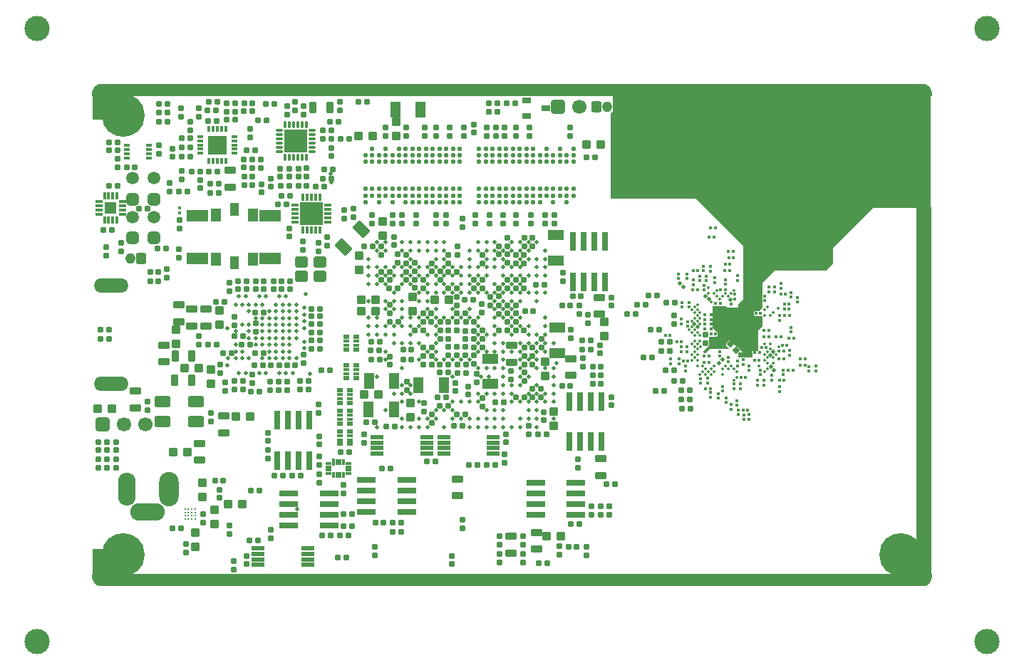
<source format=gbs>
G04 Layer_Color=16711935*
%FSLAX44Y44*%
%MOMM*%
G71*
G01*
G75*
%ADD81C,0.3500*%
%ADD123C,0.5000*%
%ADD153R,2.7000X2.7000*%
G04:AMPARAMS|DCode=177|XSize=0.7mm|YSize=0.7mm|CornerRadius=0.11mm|HoleSize=0mm|Usage=FLASHONLY|Rotation=0.000|XOffset=0mm|YOffset=0mm|HoleType=Round|Shape=RoundedRectangle|*
%AMROUNDEDRECTD177*
21,1,0.7000,0.4800,0,0,0.0*
21,1,0.4800,0.7000,0,0,0.0*
1,1,0.2200,0.2400,-0.2400*
1,1,0.2200,-0.2400,-0.2400*
1,1,0.2200,-0.2400,0.2400*
1,1,0.2200,0.2400,0.2400*
%
%ADD177ROUNDEDRECTD177*%
G04:AMPARAMS|DCode=178|XSize=1.1mm|YSize=1mm|CornerRadius=0.1625mm|HoleSize=0mm|Usage=FLASHONLY|Rotation=0.000|XOffset=0mm|YOffset=0mm|HoleType=Round|Shape=RoundedRectangle|*
%AMROUNDEDRECTD178*
21,1,1.1000,0.6750,0,0,0.0*
21,1,0.7750,1.0000,0,0,0.0*
1,1,0.3250,0.3875,-0.3375*
1,1,0.3250,-0.3875,-0.3375*
1,1,0.3250,-0.3875,0.3375*
1,1,0.3250,0.3875,0.3375*
%
%ADD178ROUNDEDRECTD178*%
G04:AMPARAMS|DCode=179|XSize=1.1mm|YSize=1mm|CornerRadius=0.1625mm|HoleSize=0mm|Usage=FLASHONLY|Rotation=270.000|XOffset=0mm|YOffset=0mm|HoleType=Round|Shape=RoundedRectangle|*
%AMROUNDEDRECTD179*
21,1,1.1000,0.6750,0,0,270.0*
21,1,0.7750,1.0000,0,0,270.0*
1,1,0.3250,-0.3375,-0.3875*
1,1,0.3250,-0.3375,0.3875*
1,1,0.3250,0.3375,0.3875*
1,1,0.3250,0.3375,-0.3875*
%
%ADD179ROUNDEDRECTD179*%
G04:AMPARAMS|DCode=181|XSize=0.7mm|YSize=0.7mm|CornerRadius=0.11mm|HoleSize=0mm|Usage=FLASHONLY|Rotation=90.000|XOffset=0mm|YOffset=0mm|HoleType=Round|Shape=RoundedRectangle|*
%AMROUNDEDRECTD181*
21,1,0.7000,0.4800,0,0,90.0*
21,1,0.4800,0.7000,0,0,90.0*
1,1,0.2200,0.2400,0.2400*
1,1,0.2200,0.2400,-0.2400*
1,1,0.2200,-0.2400,-0.2400*
1,1,0.2200,-0.2400,0.2400*
%
%ADD181ROUNDEDRECTD181*%
%ADD182R,2.3000X0.6500*%
%ADD184R,0.6500X2.3000*%
G04:AMPARAMS|DCode=186|XSize=0.6mm|YSize=0.7mm|CornerRadius=0.1mm|HoleSize=0mm|Usage=FLASHONLY|Rotation=270.000|XOffset=0mm|YOffset=0mm|HoleType=Round|Shape=RoundedRectangle|*
%AMROUNDEDRECTD186*
21,1,0.6000,0.5000,0,0,270.0*
21,1,0.4000,0.7000,0,0,270.0*
1,1,0.2000,-0.2500,-0.2000*
1,1,0.2000,-0.2500,0.2000*
1,1,0.2000,0.2500,0.2000*
1,1,0.2000,0.2500,-0.2000*
%
%ADD186ROUNDEDRECTD186*%
G04:AMPARAMS|DCode=187|XSize=0.6mm|YSize=0.7mm|CornerRadius=0.1mm|HoleSize=0mm|Usage=FLASHONLY|Rotation=0.000|XOffset=0mm|YOffset=0mm|HoleType=Round|Shape=RoundedRectangle|*
%AMROUNDEDRECTD187*
21,1,0.6000,0.5000,0,0,0.0*
21,1,0.4000,0.7000,0,0,0.0*
1,1,0.2000,0.2000,-0.2500*
1,1,0.2000,-0.2000,-0.2500*
1,1,0.2000,-0.2000,0.2500*
1,1,0.2000,0.2000,0.2500*
%
%ADD187ROUNDEDRECTD187*%
%ADD191R,0.4500X0.4000*%
%ADD192R,0.4000X0.4500*%
G04:AMPARAMS|DCode=197|XSize=1.4mm|YSize=0.9mm|CornerRadius=0.15mm|HoleSize=0mm|Usage=FLASHONLY|Rotation=180.000|XOffset=0mm|YOffset=0mm|HoleType=Round|Shape=RoundedRectangle|*
%AMROUNDEDRECTD197*
21,1,1.4000,0.6000,0,0,180.0*
21,1,1.1000,0.9000,0,0,180.0*
1,1,0.3000,-0.5500,0.3000*
1,1,0.3000,0.5500,0.3000*
1,1,0.3000,0.5500,-0.3000*
1,1,0.3000,-0.5500,-0.3000*
%
%ADD197ROUNDEDRECTD197*%
G04:AMPARAMS|DCode=203|XSize=1.9mm|YSize=1.25mm|CornerRadius=0.1938mm|HoleSize=0mm|Usage=FLASHONLY|Rotation=0.000|XOffset=0mm|YOffset=0mm|HoleType=Round|Shape=RoundedRectangle|*
%AMROUNDEDRECTD203*
21,1,1.9000,0.8625,0,0,0.0*
21,1,1.5125,1.2500,0,0,0.0*
1,1,0.3875,0.7562,-0.4313*
1,1,0.3875,-0.7562,-0.4313*
1,1,0.3875,-0.7562,0.4313*
1,1,0.3875,0.7562,0.4313*
%
%ADD203ROUNDEDRECTD203*%
G04:AMPARAMS|DCode=204|XSize=1.9mm|YSize=1.25mm|CornerRadius=0.1938mm|HoleSize=0mm|Usage=FLASHONLY|Rotation=90.000|XOffset=0mm|YOffset=0mm|HoleType=Round|Shape=RoundedRectangle|*
%AMROUNDEDRECTD204*
21,1,1.9000,0.8625,0,0,90.0*
21,1,1.5125,1.2500,0,0,90.0*
1,1,0.3875,0.4313,0.7562*
1,1,0.3875,0.4313,-0.7562*
1,1,0.3875,-0.4313,-0.7562*
1,1,0.3875,-0.4313,0.7562*
%
%ADD204ROUNDEDRECTD204*%
G04:AMPARAMS|DCode=205|XSize=1.4mm|YSize=0.9mm|CornerRadius=0.15mm|HoleSize=0mm|Usage=FLASHONLY|Rotation=90.000|XOffset=0mm|YOffset=0mm|HoleType=Round|Shape=RoundedRectangle|*
%AMROUNDEDRECTD205*
21,1,1.4000,0.6000,0,0,90.0*
21,1,1.1000,0.9000,0,0,90.0*
1,1,0.3000,0.3000,0.5500*
1,1,0.3000,0.3000,-0.5500*
1,1,0.3000,-0.3000,-0.5500*
1,1,0.3000,-0.3000,0.5500*
%
%ADD205ROUNDEDRECTD205*%
%ADD216R,0.7000X0.5500*%
%ADD217R,0.7000X0.4000*%
G04:AMPARAMS|DCode=222|XSize=0.7mm|YSize=0.7mm|CornerRadius=0.11mm|HoleSize=0mm|Usage=FLASHONLY|Rotation=225.000|XOffset=0mm|YOffset=0mm|HoleType=Round|Shape=RoundedRectangle|*
%AMROUNDEDRECTD222*
21,1,0.7000,0.4800,0,0,225.0*
21,1,0.4800,0.7000,0,0,225.0*
1,1,0.2200,-0.3394,0.0000*
1,1,0.2200,0.0000,0.3394*
1,1,0.2200,0.3394,0.0000*
1,1,0.2200,0.0000,-0.3394*
%
%ADD222ROUNDEDRECTD222*%
%ADD243C,3.0000*%
G04:AMPARAMS|DCode=245|XSize=1.624mm|YSize=1.624mm|CornerRadius=0.2405mm|HoleSize=0mm|Usage=FLASHONLY|Rotation=90.000|XOffset=0mm|YOffset=0mm|HoleType=Round|Shape=RoundedRectangle|*
%AMROUNDEDRECTD245*
21,1,1.6240,1.1430,0,0,90.0*
21,1,1.1430,1.6240,0,0,90.0*
1,1,0.4810,0.5715,0.5715*
1,1,0.4810,0.5715,-0.5715*
1,1,0.4810,-0.5715,-0.5715*
1,1,0.4810,-0.5715,0.5715*
%
%ADD245ROUNDEDRECTD245*%
%ADD246C,1.7000*%
%ADD247C,5.1000*%
G04:AMPARAMS|DCode=249|XSize=1.5mm|YSize=1.5mm|CornerRadius=0.4mm|HoleSize=0mm|Usage=FLASHONLY|Rotation=90.000|XOffset=0mm|YOffset=0mm|HoleType=Round|Shape=RoundedRectangle|*
%AMROUNDEDRECTD249*
21,1,1.5000,0.7000,0,0,90.0*
21,1,0.7000,1.5000,0,0,90.0*
1,1,0.8000,0.3500,0.3500*
1,1,0.8000,0.3500,-0.3500*
1,1,0.8000,-0.3500,-0.3500*
1,1,0.8000,-0.3500,0.3500*
%
%ADD249ROUNDEDRECTD249*%
%ADD250C,1.5000*%
%ADD251O,2.1000X3.9000*%
%ADD252O,2.3000X4.1000*%
%ADD253O,4.1000X2.1000*%
G04:AMPARAMS|DCode=254|XSize=1.3mm|YSize=1.2mm|CornerRadius=0.1875mm|HoleSize=0mm|Usage=FLASHONLY|Rotation=270.000|XOffset=0mm|YOffset=0mm|HoleType=Round|Shape=RoundedRectangle|*
%AMROUNDEDRECTD254*
21,1,1.3000,0.8250,0,0,270.0*
21,1,0.9250,1.2000,0,0,270.0*
1,1,0.3750,-0.4125,-0.4625*
1,1,0.3750,-0.4125,0.4625*
1,1,0.3750,0.4125,0.4625*
1,1,0.3750,0.4125,-0.4625*
%
%ADD254ROUNDEDRECTD254*%
%ADD255O,1.2000X1.3000*%
%ADD256O,4.1000X1.7000*%
G04:AMPARAMS|DCode=257|XSize=1.9mm|YSize=1.25mm|CornerRadius=0.1938mm|HoleSize=0mm|Usage=FLASHONLY|Rotation=315.000|XOffset=0mm|YOffset=0mm|HoleType=Round|Shape=RoundedRectangle|*
%AMROUNDEDRECTD257*
21,1,1.9000,0.8625,0,0,315.0*
21,1,1.5125,1.2500,0,0,315.0*
1,1,0.3875,0.2298,-0.8397*
1,1,0.3875,-0.8397,0.2298*
1,1,0.3875,-0.2298,0.8397*
1,1,0.3875,0.8397,-0.2298*
%
%ADD257ROUNDEDRECTD257*%
%ADD258R,0.7500X0.3000*%
%ADD259R,0.3000X0.8500*%
%ADD260R,0.3000X0.7500*%
%ADD261R,2.2000X2.2000*%
%ADD262R,0.4000X0.8000*%
%ADD263R,0.8000X0.4000*%
%ADD264R,2.6400X1.3700*%
%ADD265R,1.3000X1.6000*%
%ADD266R,1.0000X1.5000*%
G04:AMPARAMS|DCode=267|XSize=0.4mm|YSize=0.45mm|CornerRadius=0mm|HoleSize=0mm|Usage=FLASHONLY|Rotation=135.000|XOffset=0mm|YOffset=0mm|HoleType=Round|Shape=Rectangle|*
%AMROTATEDRECTD267*
4,1,4,0.3005,0.0177,-0.0177,-0.3005,-0.3005,-0.0177,0.0177,0.3005,0.3005,0.0177,0.0*
%
%ADD267ROTATEDRECTD267*%

G04:AMPARAMS|DCode=268|XSize=0.4mm|YSize=0.45mm|CornerRadius=0mm|HoleSize=0mm|Usage=FLASHONLY|Rotation=225.000|XOffset=0mm|YOffset=0mm|HoleType=Round|Shape=Rectangle|*
%AMROTATEDRECTD268*
4,1,4,-0.0177,0.3005,0.3005,-0.0177,0.0177,-0.3005,-0.3005,0.0177,-0.0177,0.3005,0.0*
%
%ADD268ROTATEDRECTD268*%

%ADD269C,0.3000*%
%ADD270R,1.5000X0.5500*%
G04:AMPARAMS|DCode=271|XSize=1.5mm|YSize=1.3mm|CornerRadius=0.2mm|HoleSize=0mm|Usage=FLASHONLY|Rotation=0.000|XOffset=0mm|YOffset=0mm|HoleType=Round|Shape=RoundedRectangle|*
%AMROUNDEDRECTD271*
21,1,1.5000,0.9000,0,0,0.0*
21,1,1.1000,1.3000,0,0,0.0*
1,1,0.4000,0.5500,-0.4500*
1,1,0.4000,-0.5500,-0.4500*
1,1,0.4000,-0.5500,0.4500*
1,1,0.4000,0.5500,0.4500*
%
%ADD271ROUNDEDRECTD271*%
%ADD272O,1.0000X0.3500*%
%ADD273O,0.3500X1.0000*%
G04:AMPARAMS|DCode=274|XSize=1.9mm|YSize=1.3mm|CornerRadius=0.2mm|HoleSize=0mm|Usage=FLASHONLY|Rotation=180.000|XOffset=0mm|YOffset=0mm|HoleType=Round|Shape=RoundedRectangle|*
%AMROUNDEDRECTD274*
21,1,1.9000,0.9000,0,0,180.0*
21,1,1.5000,1.3000,0,0,180.0*
1,1,0.4000,-0.7500,0.4500*
1,1,0.4000,0.7500,0.4500*
1,1,0.4000,0.7500,-0.4500*
1,1,0.4000,-0.7500,-0.4500*
%
%ADD274ROUNDEDRECTD274*%
%ADD275C,0.5500*%
%ADD276R,1.3500X1.3500*%
%ADD277R,0.4000X0.9000*%
%ADD278R,0.9000X0.4000*%
%ADD279R,2.8000X2.8000*%
%ADD280R,0.9000X0.3500*%
%ADD281R,0.3500X0.9000*%
G04:AMPARAMS|DCode=282|XSize=0.7mm|YSize=1.1mm|CornerRadius=0.125mm|HoleSize=0mm|Usage=FLASHONLY|Rotation=90.000|XOffset=0mm|YOffset=0mm|HoleType=Round|Shape=RoundedRectangle|*
%AMROUNDEDRECTD282*
21,1,0.7000,0.8500,0,0,90.0*
21,1,0.4500,1.1000,0,0,90.0*
1,1,0.2500,0.4250,0.2250*
1,1,0.2500,0.4250,-0.2250*
1,1,0.2500,-0.4250,-0.2250*
1,1,0.2500,-0.4250,0.2250*
%
%ADD282ROUNDEDRECTD282*%
G36*
X785604Y279288D02*
X785698Y279260D01*
X785785Y279213D01*
X785861Y279151D01*
X785924Y279074D01*
X785970Y278988D01*
X785999Y278893D01*
X786008Y278795D01*
Y273545D01*
X785999Y273447D01*
X785970Y273353D01*
X785924Y273266D01*
X785861Y273190D01*
X785785Y273128D01*
X785698Y273081D01*
X785604Y273053D01*
X785506Y273043D01*
X769256D01*
X769158Y273053D01*
X769064Y273081D01*
X768977Y273128D01*
X768901Y273190D01*
X768838Y273266D01*
X768792Y273353D01*
X768763Y273447D01*
X768754Y273545D01*
Y278795D01*
X768763Y278893D01*
X768792Y278988D01*
X768838Y279074D01*
X768901Y279151D01*
X768977Y279213D01*
X769064Y279260D01*
X769158Y279288D01*
X769256Y279298D01*
X785506D01*
X785604Y279288D01*
D02*
G37*
G36*
X14500Y598752D02*
X988000Y598752D01*
X988673D01*
X988706Y598750D01*
X988739D01*
X988772Y598746D01*
X988804Y598744D01*
X988836Y598737D01*
X988869Y598733D01*
X990849Y598339D01*
X990881Y598330D01*
X990913Y598324D01*
X990944Y598314D01*
X990976Y598305D01*
X991006Y598293D01*
X991037Y598282D01*
X992903Y597509D01*
X992932Y597495D01*
X992962Y597482D01*
X992991Y597466D01*
X993020Y597451D01*
X993047Y597433D01*
X993076Y597417D01*
X994755Y596295D01*
X994781Y596275D01*
X994808Y596257D01*
X994833Y596235D01*
X994859Y596215D01*
X994882Y596192D01*
X994906Y596170D01*
X996334Y594743D01*
X996356Y594718D01*
X996379Y594695D01*
X996399Y594669D01*
X996421Y594644D01*
X996439Y594617D01*
X996459Y594591D01*
X997581Y592912D01*
X997597Y592883D01*
X997615Y592856D01*
X997630Y592827D01*
X997646Y592798D01*
X997659Y592768D01*
X997673Y592739D01*
X998446Y590873D01*
X998456Y590842D01*
X998469Y590812D01*
X998477Y590780D01*
X998488Y590749D01*
X998494Y590717D01*
X998503Y590685D01*
X998897Y588705D01*
X998901Y588672D01*
X998907Y588640D01*
X998910Y588608D01*
X998914Y588575D01*
Y588542D01*
X998916Y588509D01*
Y587500D01*
Y584750D01*
X998907Y584619D01*
X998882Y584491D01*
X998840Y584366D01*
X998782Y584249D01*
X998709Y584140D01*
X998623Y584041D01*
X998524Y583955D01*
X998415Y583882D01*
X998297Y583824D01*
X998173Y583782D01*
X998045Y583756D01*
X997914Y583748D01*
X997722D01*
X997721Y452080D01*
X997774Y452045D01*
X997872Y451959D01*
X997959Y451860D01*
X998032Y451751D01*
X998090Y451633D01*
X998132Y451509D01*
X998157Y451381D01*
X998166Y451250D01*
X998166Y16220D01*
X998173Y16218D01*
X998297Y16176D01*
X998415Y16118D01*
X998524Y16045D01*
X998623Y15959D01*
X998709Y15860D01*
X998782Y15751D01*
X998840Y15633D01*
X998882Y15509D01*
X998907Y15381D01*
X998916Y15250D01*
Y12500D01*
Y11490D01*
X998914Y11458D01*
Y11425D01*
X998910Y11392D01*
X998907Y11360D01*
X998901Y11328D01*
X998897Y11295D01*
X998503Y9315D01*
X998494Y9283D01*
X998488Y9251D01*
X998477Y9220D01*
X998469Y9188D01*
X998456Y9158D01*
X998446Y9127D01*
X997673Y7261D01*
X997659Y7232D01*
X997646Y7202D01*
X997630Y7173D01*
X997615Y7144D01*
X997597Y7116D01*
X997581Y7088D01*
X996459Y5409D01*
X996439Y5383D01*
X996421Y5356D01*
X996399Y5331D01*
X996379Y5305D01*
X996356Y5282D01*
X996334Y5257D01*
X994906Y3830D01*
X994882Y3808D01*
X994859Y3785D01*
X994833Y3765D01*
X994808Y3743D01*
X994781Y3725D01*
X994755Y3705D01*
X993076Y2583D01*
X993047Y2567D01*
X993020Y2549D01*
X992991Y2534D01*
X992962Y2518D01*
X992932Y2505D01*
X992903Y2491D01*
X991037Y1718D01*
X991006Y1708D01*
X990976Y1695D01*
X990944Y1686D01*
X990913Y1676D01*
X990881Y1670D01*
X990849Y1661D01*
X988869Y1267D01*
X988836Y1263D01*
X988804Y1257D01*
X988772Y1254D01*
X988739Y1250D01*
X988706D01*
X988673Y1248D01*
X988000D01*
X14500Y1248D01*
D01*
X11490D01*
X11458Y1250D01*
X11425D01*
X11392Y1254D01*
X11360Y1256D01*
X11328Y1263D01*
X11295Y1267D01*
X9315Y1661D01*
X9283Y1669D01*
X9251Y1676D01*
X9220Y1686D01*
X9188Y1695D01*
X9158Y1707D01*
X9127Y1718D01*
X7261Y2491D01*
X7232Y2505D01*
X7201Y2518D01*
X7173Y2534D01*
X7144Y2549D01*
X7117Y2567D01*
X7088Y2583D01*
X5409Y3705D01*
X5383Y3725D01*
X5356Y3743D01*
X5331Y3765D01*
X5305Y3785D01*
X5282Y3808D01*
X5257Y3830D01*
X3830Y5257D01*
X3808Y5282D01*
X3785Y5305D01*
X3765Y5331D01*
X3743Y5356D01*
X3725Y5383D01*
X3705Y5409D01*
X2583Y7088D01*
X2567Y7116D01*
X2549Y7144D01*
X2534Y7173D01*
X2518Y7201D01*
X2505Y7232D01*
X2491Y7261D01*
X1718Y9127D01*
X1708Y9158D01*
X1695Y9188D01*
X1686Y9220D01*
X1676Y9251D01*
X1670Y9283D01*
X1661Y9315D01*
X1267Y11295D01*
X1263Y11328D01*
X1256Y11360D01*
X1254Y11392D01*
X1250Y11425D01*
Y11458D01*
X1248Y11490D01*
Y12500D01*
Y15250D01*
X1256Y15381D01*
X1282Y15509D01*
X1324Y15633D01*
X1382Y15751D01*
X1455Y15860D01*
X1541Y15959D01*
X1640Y16045D01*
X1748Y16117D01*
X1748Y45000D01*
X1757Y45098D01*
X1786Y45192D01*
X1832Y45279D01*
X1895Y45355D01*
X1971Y45418D01*
X2058Y45464D01*
X2152Y45493D01*
X2250Y45502D01*
X15449D01*
X15453Y45502D01*
X15458Y45502D01*
X15503Y45497D01*
X15547Y45493D01*
X15551Y45491D01*
X15556Y45491D01*
X15599Y45477D01*
X15641Y45464D01*
X15645Y45462D01*
X15650Y45460D01*
X15689Y45439D01*
X15728Y45418D01*
X15732Y45415D01*
X15736Y45412D01*
X15769Y45384D01*
X15804Y45355D01*
X15807Y45352D01*
X15811Y45348D01*
X15838Y45314D01*
X15866Y45279D01*
X15869Y45275D01*
X15872Y45271D01*
X34474Y16252D01*
X968997Y16252D01*
Y25750D01*
X969007Y25848D01*
X969036Y25942D01*
X969082Y26029D01*
X969145Y26105D01*
X969221Y26168D01*
X969308Y26214D01*
X969402Y26243D01*
X969500Y26252D01*
X980498D01*
X980498Y450747D01*
X929208Y450748D01*
X881502Y403042D01*
Y385500D01*
X881493Y385402D01*
X881464Y385308D01*
X881418Y385221D01*
X881355Y385145D01*
X881355Y385145D01*
X873105Y376895D01*
X873029Y376832D01*
X872942Y376786D01*
X872920Y376779D01*
X872848Y376757D01*
X872799Y376752D01*
X872750Y376748D01*
X872750Y376748D01*
X812208D01*
X797533Y362073D01*
Y361727D01*
X797533Y332617D01*
X797533Y332617D01*
X797528Y332568D01*
X797523Y332519D01*
X797502Y332446D01*
X797495Y332424D01*
X797449Y332337D01*
X797417Y332299D01*
X797386Y332261D01*
X797386Y332261D01*
X793386Y328261D01*
X793310Y328199D01*
X793223Y328153D01*
X793201Y328146D01*
X793129Y328124D01*
X793080Y328119D01*
X793031Y328114D01*
X793031Y328114D01*
X788739Y328114D01*
X787783Y327159D01*
Y323575D01*
X788739Y322619D01*
X797031D01*
X797129Y322609D01*
X797223Y322581D01*
X797310Y322534D01*
X797386Y322472D01*
X797449Y322396D01*
X797495Y322309D01*
X797524Y322215D01*
X797533Y322117D01*
X797533Y310367D01*
X797533Y310367D01*
X797524Y310278D01*
X797524Y310269D01*
X797495Y310175D01*
X797449Y310088D01*
X797414Y310046D01*
X797386Y310012D01*
X797386Y310011D01*
X792783Y305409D01*
X792783Y281867D01*
X792774Y281769D01*
X792745Y281674D01*
X792699Y281588D01*
X792636Y281511D01*
X792560Y281449D01*
X792473Y281403D01*
X792379Y281374D01*
X792281Y281364D01*
X786239D01*
X784636Y279762D01*
X784560Y279699D01*
X784473Y279653D01*
X784451Y279646D01*
X784379Y279624D01*
X784330Y279619D01*
X784281Y279614D01*
X784281Y279614D01*
X774281D01*
X774183Y279624D01*
X774110Y279646D01*
X774089Y279653D01*
X774002Y279699D01*
X773926Y279762D01*
X773925Y279762D01*
X767426Y286262D01*
X767426Y286262D01*
X759823Y293864D01*
X758489Y293864D01*
X754533Y289909D01*
Y287825D01*
X757636Y284722D01*
X757636Y284722D01*
X757664Y284688D01*
X757699Y284646D01*
X757745Y284559D01*
X757774Y284465D01*
X757775Y284456D01*
X757783Y284367D01*
X757778Y284318D01*
X757774Y284269D01*
X757752Y284196D01*
X757745Y284174D01*
X757699Y284088D01*
X757636Y284011D01*
X757602Y283983D01*
X757560Y283949D01*
X757473Y283902D01*
X757379Y283874D01*
X757370Y283873D01*
X757281Y283864D01*
X757281Y283864D01*
X735489D01*
X729886Y278261D01*
X729886D01*
Y278261D01*
X729810Y278199D01*
X729734Y278158D01*
X729723Y278153D01*
D01*
X729723Y278153D01*
X729629Y278124D01*
X729540Y278115D01*
X729531Y278114D01*
D01*
X729531D01*
X729433Y278124D01*
X729404Y278133D01*
X729339Y278153D01*
X729252Y278199D01*
X729175Y278261D01*
X729175Y278262D01*
X727426Y280012D01*
X727363Y280088D01*
X727342Y280128D01*
X727317Y280175D01*
X727308Y280203D01*
X727288Y280269D01*
X727279Y280367D01*
X727288Y280465D01*
X727297Y280493D01*
X727317Y280559D01*
X727338Y280599D01*
X727363Y280646D01*
X727426Y280722D01*
X727426Y280722D01*
X734028Y287325D01*
X734028Y297617D01*
X734038Y297715D01*
X734067Y297809D01*
X734113Y297896D01*
X734176Y297972D01*
X734252Y298034D01*
X734339Y298081D01*
X734433Y298109D01*
X734531Y298119D01*
X743073Y298119D01*
X744278Y299325D01*
X744278Y302909D01*
X738676Y308512D01*
X738613Y308588D01*
X738567Y308675D01*
X738560Y308696D01*
X738538Y308769D01*
X738533Y308818D01*
X738528Y308867D01*
X738529Y308867D01*
X738528Y333867D01*
X738538Y333965D01*
X738567Y334059D01*
X738613Y334146D01*
X738676Y334222D01*
X738752Y334284D01*
X738839Y334331D01*
X738933Y334360D01*
X739031Y334369D01*
X753781D01*
X753781Y334369D01*
X753830Y334364D01*
X753879Y334360D01*
X753951Y334338D01*
X753973Y334331D01*
X754060Y334284D01*
X754136Y334222D01*
X754136Y334222D01*
X755989Y332369D01*
X767823Y332369D01*
X768778Y333325D01*
X768778Y336116D01*
X768778Y336117D01*
X768787Y336206D01*
X768788Y336215D01*
X768817Y336309D01*
X768863Y336396D01*
X768897Y336438D01*
X768925Y336472D01*
X768926Y336472D01*
X775028Y342575D01*
Y406393D01*
X719034Y462388D01*
X617692Y462388D01*
X617692Y462388D01*
X617691Y462388D01*
X617645Y462393D01*
X617594Y462398D01*
X617594Y462398D01*
X617593Y462398D01*
X617553Y462410D01*
X617500Y462426D01*
X617500Y462426D01*
X617499Y462427D01*
X617467Y462444D01*
X617413Y462473D01*
X617413Y462473D01*
X617412Y462473D01*
X617381Y462499D01*
X617337Y462535D01*
X617337Y462535D01*
X617336Y462536D01*
X617308Y462570D01*
X617274Y462611D01*
X617274Y462612D01*
X617274Y462612D01*
X617254Y462650D01*
X617228Y462698D01*
X617228Y462699D01*
X617228Y462699D01*
X617214Y462746D01*
X617199Y462792D01*
X617199Y462793D01*
X617199Y462793D01*
X617194Y462844D01*
X617190Y462890D01*
X617190Y462891D01*
X617190Y462891D01*
X617339Y563591D01*
X617338Y563591D01*
X617339Y563591D01*
Y563592D01*
X617342Y563629D01*
X617348Y563689D01*
X617348Y563689D01*
X617348Y563690D01*
X617364Y563739D01*
X617377Y563783D01*
X617377Y563784D01*
X617377Y563784D01*
X617398Y563823D01*
X617423Y563870D01*
X617424Y563871D01*
X617424Y563871D01*
X617454Y563907D01*
X617486Y563946D01*
X617486Y563947D01*
X617486Y563947D01*
X617486Y563947D01*
X619498Y565958D01*
X619498Y583748D01*
X33352Y583748D01*
X15872Y556479D01*
X15869Y556475D01*
X15866Y556471D01*
X15838Y556437D01*
X15811Y556402D01*
X15807Y556399D01*
X15804Y556395D01*
X15769Y556366D01*
X15736Y556338D01*
X15732Y556335D01*
X15728Y556332D01*
X15689Y556311D01*
X15650Y556290D01*
X15645Y556288D01*
X15641Y556286D01*
X15599Y556273D01*
X15556Y556259D01*
X15551Y556259D01*
X15547Y556257D01*
X15503Y556253D01*
X15458Y556248D01*
X15453Y556248D01*
X15449Y556248D01*
X2250D01*
X2152Y556257D01*
X2058Y556286D01*
X1971Y556332D01*
X1895Y556395D01*
X1832Y556471D01*
X1786Y556558D01*
X1757Y556652D01*
X1748Y556750D01*
X1748Y583883D01*
X1640Y583955D01*
X1541Y584041D01*
X1455Y584140D01*
X1382Y584249D01*
X1324Y584366D01*
X1282Y584491D01*
X1256Y584619D01*
X1248Y584750D01*
Y587500D01*
Y588510D01*
X1250Y588542D01*
Y588575D01*
X1254Y588608D01*
X1256Y588640D01*
X1263Y588672D01*
X1267Y588705D01*
X1661Y590685D01*
X1670Y590717D01*
X1676Y590749D01*
X1686Y590780D01*
X1695Y590812D01*
X1708Y590842D01*
X1718Y590873D01*
X2491Y592739D01*
X2505Y592768D01*
X2518Y592799D01*
X2534Y592827D01*
X2549Y592856D01*
X2567Y592884D01*
X2583Y592912D01*
X3705Y594591D01*
X3725Y594617D01*
X3743Y594644D01*
X3765Y594669D01*
X3785Y594695D01*
X3808Y594718D01*
X3830Y594743D01*
X5257Y596170D01*
X5282Y596192D01*
X5305Y596215D01*
X5331Y596235D01*
X5356Y596257D01*
X5383Y596275D01*
X5409Y596295D01*
X7088Y597417D01*
X7117Y597433D01*
X7144Y597451D01*
X7173Y597466D01*
X7201Y597482D01*
X7232Y597495D01*
X7261Y597509D01*
X9127Y598282D01*
X9158Y598293D01*
X9188Y598305D01*
X9220Y598314D01*
X9251Y598324D01*
X9283Y598330D01*
X9315Y598339D01*
X11295Y598733D01*
X11328Y598737D01*
X11360Y598744D01*
X11392Y598746D01*
X11425Y598750D01*
X11458D01*
X11490Y598752D01*
X14500D01*
D01*
D02*
G37*
D81*
X716810Y319743D02*
D03*
X713480Y316413D02*
D03*
X766750Y256500D02*
D03*
X763430Y259803D02*
D03*
X800060Y276453D02*
D03*
X803390Y259803D02*
D03*
X779760Y343373D02*
D03*
X806720Y283113D02*
D03*
X803390Y266463D02*
D03*
Y273123D02*
D03*
X813380Y276453D02*
D03*
X800060Y289773D02*
D03*
X806720Y289773D02*
D03*
X810050Y273123D02*
D03*
X810050Y266463D02*
D03*
X816710Y286443D02*
D03*
X803390Y279783D02*
D03*
X800060Y269793D02*
D03*
X793400Y263133D02*
D03*
X803390Y333063D02*
D03*
X800060Y329733D02*
D03*
Y323073D02*
D03*
X713480Y276453D02*
D03*
X713480Y269793D02*
D03*
X723470Y299763D02*
D03*
X716810Y299763D02*
D03*
Y293103D02*
D03*
X726800Y263133D02*
D03*
X726800Y256473D02*
D03*
X720140Y263133D02*
D03*
X720140Y283113D02*
D03*
X716810Y279783D02*
D03*
X723510Y286437D02*
D03*
X730130Y253143D02*
D03*
X736790Y253143D02*
D03*
X723470Y253143D02*
D03*
X720140Y323073D02*
D03*
X716810Y273123D02*
D03*
X713480Y289773D02*
D03*
X716810Y286443D02*
D03*
X720140Y329733D02*
D03*
X723470Y326403D02*
D03*
X716810Y326403D02*
D03*
X723470Y319743D02*
D03*
X720140Y316413D02*
D03*
Y336393D02*
D03*
X743450Y353044D02*
D03*
X750110Y346383D02*
D03*
X800060Y256473D02*
D03*
X750110Y259803D02*
D03*
X760100Y263133D02*
D03*
X730130Y259803D02*
D03*
X736790D02*
D03*
X733460Y256473D02*
D03*
X720140Y289773D02*
D03*
X723470Y293103D02*
D03*
X720140Y303093D02*
D03*
X713480Y303093D02*
D03*
X716810Y306423D02*
D03*
X723470Y313083D02*
D03*
X740120Y263133D02*
D03*
X736790Y339723D02*
D03*
X733460Y356373D02*
D03*
X806720Y323073D02*
D03*
X756770Y346383D02*
D03*
X750110Y253143D02*
D03*
X753440Y263133D02*
D03*
X756770Y259803D02*
D03*
X720140Y269793D02*
D03*
X816510Y331937D02*
D03*
X810050Y326403D02*
D03*
X753440Y349713D02*
D03*
X760100Y349714D02*
D03*
X763430Y353043D02*
D03*
X743450Y346383D02*
D03*
X713480Y329733D02*
D03*
X720140Y276453D02*
D03*
X740120Y256473D02*
D03*
X716810Y333063D02*
D03*
X746780Y343053D02*
D03*
X733460Y349713D02*
D03*
X740120D02*
D03*
X710150Y306423D02*
D03*
X713480Y309753D02*
D03*
X763430Y246483D02*
D03*
X766760Y249813D02*
D03*
D123*
X459500Y230500D02*
D03*
X285500Y481750D02*
D03*
X244500Y92750D02*
D03*
X203500Y336250D02*
D03*
X195500Y336250D02*
D03*
X369500Y310500D02*
D03*
X463500Y250500D02*
D03*
X472250D02*
D03*
X489500Y270500D02*
D03*
X479500Y260500D02*
D03*
X509500Y270500D02*
D03*
X519500D02*
D03*
X469500Y280500D02*
D03*
X469500Y300500D02*
D03*
X211500Y272250D02*
D03*
X227500Y304250D02*
D03*
X243500Y296250D02*
D03*
X553000Y266750D02*
D03*
X479500Y230500D02*
D03*
X509500Y220500D02*
D03*
X519500Y220500D02*
D03*
X529500D02*
D03*
X509500Y190500D02*
D03*
X539500Y290500D02*
D03*
X549500D02*
D03*
X529500Y290500D02*
D03*
X519500D02*
D03*
X509500D02*
D03*
X359500Y380500D02*
D03*
X389500Y350500D02*
D03*
X179500Y312250D02*
D03*
X986000Y468250D02*
D03*
X992750Y461500D02*
D03*
X986000Y495250D02*
D03*
X992750Y488500D02*
D03*
X986000Y481750D02*
D03*
X992750Y475000D02*
D03*
X986000Y522250D02*
D03*
X992750Y515500D02*
D03*
X986000Y508750D02*
D03*
X992750Y502000D02*
D03*
X986250Y549250D02*
D03*
X992750Y542500D02*
D03*
X986000Y535750D02*
D03*
X992750Y529000D02*
D03*
Y556000D02*
D03*
Y569500D02*
D03*
X986000Y576250D02*
D03*
X379500Y320500D02*
D03*
X329500Y340500D02*
D03*
X254907Y349000D02*
D03*
X349500Y330500D02*
D03*
X349500Y340500D02*
D03*
X339500Y380500D02*
D03*
X349500Y380500D02*
D03*
Y370500D02*
D03*
X359500Y350500D02*
D03*
X359500Y340500D02*
D03*
X171500Y280250D02*
D03*
Y288250D02*
D03*
X479500Y340500D02*
D03*
X389500D02*
D03*
X539500Y400500D02*
D03*
X519500D02*
D03*
X509500D02*
D03*
X499500D02*
D03*
X449500Y400500D02*
D03*
X459500D02*
D03*
X469500D02*
D03*
X479500D02*
D03*
X489500D02*
D03*
X399500Y400500D02*
D03*
X409500D02*
D03*
X419500D02*
D03*
X349500D02*
D03*
X369500D02*
D03*
X379500D02*
D03*
X389500D02*
D03*
X339500D02*
D03*
Y410500D02*
D03*
X389500D02*
D03*
X379500D02*
D03*
X369500D02*
D03*
X349500D02*
D03*
X419500D02*
D03*
X409500D02*
D03*
X399500D02*
D03*
X479500Y410500D02*
D03*
X469500D02*
D03*
X459500D02*
D03*
X499500Y410500D02*
D03*
X509500D02*
D03*
X519500D02*
D03*
X529500D02*
D03*
X539500Y390500D02*
D03*
X529500D02*
D03*
X519500D02*
D03*
X509500D02*
D03*
X449500Y390500D02*
D03*
X469500D02*
D03*
X479500D02*
D03*
X489500D02*
D03*
X409500Y390500D02*
D03*
X419500D02*
D03*
X379500D02*
D03*
X329500D02*
D03*
X539500Y380500D02*
D03*
X529500D02*
D03*
X509500D02*
D03*
X499500D02*
D03*
X449500Y380500D02*
D03*
X459500D02*
D03*
X469500D02*
D03*
X479500D02*
D03*
X489500D02*
D03*
X399500Y380500D02*
D03*
X409500D02*
D03*
X419500D02*
D03*
X429500D02*
D03*
X439500D02*
D03*
X369500D02*
D03*
X379500D02*
D03*
X389500D02*
D03*
X329500D02*
D03*
X539500Y370500D02*
D03*
X529500D02*
D03*
X519500D02*
D03*
X509500D02*
D03*
X499500D02*
D03*
X449500Y370500D02*
D03*
X459500D02*
D03*
X469500D02*
D03*
X489500D02*
D03*
X399500Y370500D02*
D03*
X409500D02*
D03*
X419500D02*
D03*
X429500D02*
D03*
X439500D02*
D03*
X359500D02*
D03*
X369500D02*
D03*
X379500D02*
D03*
X389500D02*
D03*
X339500D02*
D03*
X509500Y360500D02*
D03*
X499500D02*
D03*
X449500Y360500D02*
D03*
X459500D02*
D03*
X399500Y360500D02*
D03*
X409500D02*
D03*
X419500D02*
D03*
X429500D02*
D03*
X439500D02*
D03*
X349500D02*
D03*
X369500D02*
D03*
X339500D02*
D03*
X329500D02*
D03*
X439500Y350500D02*
D03*
X429500D02*
D03*
X419500D02*
D03*
X409500D02*
D03*
X399500D02*
D03*
X469500Y350500D02*
D03*
X459500D02*
D03*
X449500D02*
D03*
X499500Y350500D02*
D03*
X509500D02*
D03*
X519500D02*
D03*
X759260Y341687D02*
D03*
X539500Y310500D02*
D03*
X509500D02*
D03*
X459500Y310500D02*
D03*
X409500Y310500D02*
D03*
X349500D02*
D03*
X359500D02*
D03*
X379500D02*
D03*
X389500D02*
D03*
X339500D02*
D03*
X329500D02*
D03*
X499500Y320500D02*
D03*
X449500Y320500D02*
D03*
X459500D02*
D03*
X479500D02*
D03*
X399500Y320500D02*
D03*
X409500D02*
D03*
X419500D02*
D03*
X429500D02*
D03*
X439500D02*
D03*
X369500D02*
D03*
X389500D02*
D03*
X339500D02*
D03*
X329500D02*
D03*
X499500Y330500D02*
D03*
X449500Y330500D02*
D03*
X479500D02*
D03*
X429500Y330500D02*
D03*
X359500D02*
D03*
X369500D02*
D03*
X539500Y260500D02*
D03*
X529500D02*
D03*
X509500D02*
D03*
X459500Y260500D02*
D03*
X469500D02*
D03*
X489500D02*
D03*
X529500Y270500D02*
D03*
X449500Y270500D02*
D03*
X409500Y270500D02*
D03*
X419500D02*
D03*
X429500D02*
D03*
X439500D02*
D03*
X389500D02*
D03*
X539500Y280500D02*
D03*
X529500D02*
D03*
X509500D02*
D03*
X499500D02*
D03*
X459500Y280500D02*
D03*
X489500D02*
D03*
X399500Y280500D02*
D03*
X409500D02*
D03*
X349500D02*
D03*
X459500Y290500D02*
D03*
X479500D02*
D03*
X489500D02*
D03*
X409500Y290500D02*
D03*
X359500D02*
D03*
X369500D02*
D03*
X379500D02*
D03*
X389500D02*
D03*
X329500Y300500D02*
D03*
X339500D02*
D03*
X379500D02*
D03*
X359500D02*
D03*
X349500D02*
D03*
X409500D02*
D03*
X399500D02*
D03*
X479500Y300500D02*
D03*
X459500D02*
D03*
X499500Y300500D02*
D03*
X519500D02*
D03*
X529500D02*
D03*
X539500D02*
D03*
X519500Y210500D02*
D03*
X469500Y210500D02*
D03*
X479500D02*
D03*
X489500D02*
D03*
X499500Y220500D02*
D03*
X449500Y220500D02*
D03*
X459500D02*
D03*
X429500Y220500D02*
D03*
X439500D02*
D03*
X369500D02*
D03*
X389500D02*
D03*
X529500Y230500D02*
D03*
X519500D02*
D03*
X499500D02*
D03*
X469500Y230500D02*
D03*
X489500D02*
D03*
X359500Y230500D02*
D03*
X369500D02*
D03*
X379500D02*
D03*
X509500Y240500D02*
D03*
X499500D02*
D03*
X489500Y240500D02*
D03*
X369500Y240500D02*
D03*
X339500Y250500D02*
D03*
X429500D02*
D03*
X489500Y250500D02*
D03*
X509500Y250500D02*
D03*
X519500D02*
D03*
X369500Y200500D02*
D03*
X439500D02*
D03*
X489500Y200500D02*
D03*
X479500D02*
D03*
X469500D02*
D03*
X459500D02*
D03*
X449500D02*
D03*
X339500Y190500D02*
D03*
X389500D02*
D03*
X379500D02*
D03*
X369500D02*
D03*
X399500D02*
D03*
X489500Y190500D02*
D03*
X479500D02*
D03*
X469500D02*
D03*
X459500D02*
D03*
X449500D02*
D03*
X499500Y190500D02*
D03*
X529500D02*
D03*
X379500Y360500D02*
D03*
X399500Y340500D02*
D03*
X489500Y340500D02*
D03*
Y350500D02*
D03*
X489500Y360500D02*
D03*
X399500Y330500D02*
D03*
X409500D02*
D03*
X253157Y284250D02*
D03*
Y292250D02*
D03*
Y308250D02*
D03*
Y316250D02*
D03*
Y324250D02*
D03*
Y332250D02*
D03*
X243500Y336250D02*
D03*
Y328250D02*
D03*
Y320250D02*
D03*
X243500Y312250D02*
D03*
Y304250D02*
D03*
Y272250D02*
D03*
X235500D02*
D03*
Y280250D02*
D03*
Y288250D02*
D03*
Y296250D02*
D03*
Y304250D02*
D03*
Y312250D02*
D03*
Y320250D02*
D03*
Y328250D02*
D03*
Y336250D02*
D03*
X227500Y272250D02*
D03*
Y280250D02*
D03*
Y288250D02*
D03*
Y296250D02*
D03*
Y312250D02*
D03*
Y320250D02*
D03*
Y328250D02*
D03*
Y336250D02*
D03*
X219500Y272250D02*
D03*
Y280250D02*
D03*
Y288250D02*
D03*
Y296250D02*
D03*
X219500Y304250D02*
D03*
X219500Y320250D02*
D03*
Y328250D02*
D03*
Y336250D02*
D03*
X211500Y280250D02*
D03*
Y288250D02*
D03*
Y296250D02*
D03*
Y312250D02*
D03*
X203500Y288250D02*
D03*
Y296250D02*
D03*
Y304250D02*
D03*
Y312250D02*
D03*
X195500Y288250D02*
D03*
Y296250D02*
D03*
X187500Y272250D02*
D03*
Y296250D02*
D03*
X179500Y280250D02*
D03*
X161843Y308250D02*
D03*
X161500Y264000D02*
D03*
X231500Y254593D02*
D03*
X223500D02*
D03*
X199500D02*
D03*
X183500D02*
D03*
X175500D02*
D03*
Y345907D02*
D03*
X183500D02*
D03*
X231500D02*
D03*
X203500Y272250D02*
D03*
X171500Y336250D02*
D03*
X187500Y328250D02*
D03*
X179500Y272250D02*
D03*
X207500Y254593D02*
D03*
X529500Y200500D02*
D03*
X509500D02*
D03*
X519500D02*
D03*
X429500Y210500D02*
D03*
X419500Y210500D02*
D03*
X419500Y190500D02*
D03*
X429500Y200500D02*
D03*
X409500Y210500D02*
D03*
Y200500D02*
D03*
X399500Y200500D02*
D03*
X389500Y200500D02*
D03*
X539500Y320500D02*
D03*
X519500Y310500D02*
D03*
X509500Y340500D02*
D03*
X509500Y320500D02*
D03*
X499500Y310500D02*
D03*
Y340500D02*
D03*
X489500Y330500D02*
D03*
Y320500D02*
D03*
X479500Y310500D02*
D03*
X187500Y336250D02*
D03*
X239500Y254593D02*
D03*
X7250Y12250D02*
D03*
X14000Y5500D02*
D03*
X27500D02*
D03*
X34250Y10750D02*
D03*
X41000Y5500D02*
D03*
X47750Y12250D02*
D03*
X54500Y5500D02*
D03*
X61250Y12250D02*
D03*
X101750D02*
D03*
X95000Y5500D02*
D03*
X88250Y12250D02*
D03*
X81500Y5500D02*
D03*
X74750Y12250D02*
D03*
X68000Y5500D02*
D03*
X142250Y12250D02*
D03*
X135500Y5500D02*
D03*
X128750Y12250D02*
D03*
X122000Y5500D02*
D03*
X115250Y12250D02*
D03*
X108500Y5500D02*
D03*
X182750Y12250D02*
D03*
X176000Y5500D02*
D03*
X169250Y12250D02*
D03*
X162500Y5500D02*
D03*
X155750Y12250D02*
D03*
X149000Y5500D02*
D03*
X223250Y12250D02*
D03*
X209750D02*
D03*
X196250D02*
D03*
X263750D02*
D03*
X257000Y5500D02*
D03*
X250250Y12250D02*
D03*
X243500Y5500D02*
D03*
X236750Y12250D02*
D03*
X230000Y5500D02*
D03*
X304250Y12250D02*
D03*
X297500Y5500D02*
D03*
X290750Y12250D02*
D03*
X284000Y5500D02*
D03*
X277250Y12250D02*
D03*
X270500Y5500D02*
D03*
X344750Y12250D02*
D03*
X338000Y5500D02*
D03*
X331250Y12250D02*
D03*
X324500Y5500D02*
D03*
X317750Y12250D02*
D03*
X311000Y5500D02*
D03*
X385250Y12250D02*
D03*
X378500Y5500D02*
D03*
X371750Y12250D02*
D03*
X365000Y5500D02*
D03*
X358250Y12250D02*
D03*
X351500Y5500D02*
D03*
X425750Y12250D02*
D03*
X419000Y5500D02*
D03*
X412250Y12250D02*
D03*
X405500Y5500D02*
D03*
X398750Y12250D02*
D03*
X392000Y5500D02*
D03*
X466250Y12250D02*
D03*
X459500Y5500D02*
D03*
X452750Y12250D02*
D03*
X446000Y5500D02*
D03*
X439250Y12250D02*
D03*
X432500Y5500D02*
D03*
X506750Y12250D02*
D03*
X500000Y5500D02*
D03*
X493250Y12250D02*
D03*
X486500Y5500D02*
D03*
X479750Y12250D02*
D03*
X473000Y5500D02*
D03*
X547250Y12250D02*
D03*
X540500Y5500D02*
D03*
X533750Y12250D02*
D03*
X527000Y5500D02*
D03*
X520250Y12250D02*
D03*
X513500Y5500D02*
D03*
X587750Y12250D02*
D03*
X581000Y5500D02*
D03*
X574250Y12250D02*
D03*
X567500Y5500D02*
D03*
X560750Y12250D02*
D03*
X554000Y5500D02*
D03*
X628250Y12250D02*
D03*
X621500Y5500D02*
D03*
X614750Y12250D02*
D03*
X608000Y5500D02*
D03*
X601250Y12250D02*
D03*
X594500Y5500D02*
D03*
X668750Y12250D02*
D03*
X662000Y5500D02*
D03*
X655250Y12250D02*
D03*
X648500Y5500D02*
D03*
X641750Y12250D02*
D03*
X635000Y5500D02*
D03*
X709250Y12250D02*
D03*
X702500Y5500D02*
D03*
X695750Y12250D02*
D03*
X689000Y5500D02*
D03*
X682250Y12250D02*
D03*
X675500Y5500D02*
D03*
X749750Y12250D02*
D03*
X743000Y5500D02*
D03*
X736250Y12250D02*
D03*
X729500Y5500D02*
D03*
X722750Y12250D02*
D03*
X716000Y5500D02*
D03*
X790250Y12250D02*
D03*
X776750D02*
D03*
X770000Y5500D02*
D03*
X763250Y12250D02*
D03*
X756500Y5500D02*
D03*
X830750Y12250D02*
D03*
X824000Y5500D02*
D03*
X817250Y12250D02*
D03*
X803750D02*
D03*
X871250D02*
D03*
X864500Y5500D02*
D03*
X857750Y12250D02*
D03*
X851000Y5500D02*
D03*
X844250Y12250D02*
D03*
X837500Y5500D02*
D03*
X911750Y12250D02*
D03*
X905000Y5500D02*
D03*
X898250Y12250D02*
D03*
X891500Y5500D02*
D03*
X884750Y12250D02*
D03*
X878000Y5500D02*
D03*
X952250Y12250D02*
D03*
X945500Y5500D02*
D03*
X938750Y12250D02*
D03*
X932000Y5500D02*
D03*
X925250Y12250D02*
D03*
X918500Y5500D02*
D03*
X992750Y12250D02*
D03*
X986000Y5500D02*
D03*
X979250Y12250D02*
D03*
X972500Y5500D02*
D03*
X965750Y11000D02*
D03*
X959000Y5500D02*
D03*
X20750Y12250D02*
D03*
Y587750D02*
D03*
X959000Y594500D02*
D03*
X965750Y588750D02*
D03*
X972500Y594500D02*
D03*
X979250Y587750D02*
D03*
X986000Y594500D02*
D03*
X992750Y587750D02*
D03*
X918500Y594500D02*
D03*
X925250Y587750D02*
D03*
X932000Y594500D02*
D03*
X938750Y587750D02*
D03*
X945500Y594500D02*
D03*
X952250Y587750D02*
D03*
X878000Y594500D02*
D03*
X884750Y587750D02*
D03*
X891500Y594500D02*
D03*
X898250Y587750D02*
D03*
X905000Y594500D02*
D03*
X911750Y587750D02*
D03*
X837500Y594500D02*
D03*
X844250Y587750D02*
D03*
X851000Y594500D02*
D03*
X857750Y587750D02*
D03*
X864500Y594500D02*
D03*
X871250Y587750D02*
D03*
X803750D02*
D03*
X817250D02*
D03*
X824000Y594500D02*
D03*
X830750Y587750D02*
D03*
X756500Y594500D02*
D03*
X763250Y587750D02*
D03*
X770000Y594500D02*
D03*
X776750Y587750D02*
D03*
X790250D02*
D03*
X716000Y594500D02*
D03*
X722750Y587750D02*
D03*
X729500Y594500D02*
D03*
X736250Y587750D02*
D03*
X743000Y594500D02*
D03*
X749750Y587750D02*
D03*
X675500Y594500D02*
D03*
X682250Y587750D02*
D03*
X689000Y594500D02*
D03*
X695750Y587750D02*
D03*
X702500Y594500D02*
D03*
X709250Y587750D02*
D03*
X635000Y594500D02*
D03*
X641750Y587750D02*
D03*
X648500Y594500D02*
D03*
X655250Y587750D02*
D03*
X662000Y594500D02*
D03*
X668750Y587750D02*
D03*
X594500Y594500D02*
D03*
X601250Y587750D02*
D03*
X608000Y594500D02*
D03*
X614750Y587750D02*
D03*
X621500Y594500D02*
D03*
X628250Y587750D02*
D03*
X554000Y594500D02*
D03*
X560750Y587750D02*
D03*
X567500Y594500D02*
D03*
X574250Y587750D02*
D03*
X581000Y594500D02*
D03*
X587750Y587750D02*
D03*
X513500Y594500D02*
D03*
X520250Y587750D02*
D03*
X527000Y594500D02*
D03*
X533750Y587750D02*
D03*
X540500Y594500D02*
D03*
X547250Y587750D02*
D03*
X473000Y594500D02*
D03*
X479750Y587750D02*
D03*
X486500Y594500D02*
D03*
X493250Y587750D02*
D03*
X500000Y594500D02*
D03*
X506750Y587750D02*
D03*
X432500Y594500D02*
D03*
X439250Y587750D02*
D03*
X446000Y594500D02*
D03*
X452750Y587750D02*
D03*
X459500Y594500D02*
D03*
X466250Y587750D02*
D03*
X392000Y594500D02*
D03*
X398750Y587750D02*
D03*
X405500Y594500D02*
D03*
X412250Y587750D02*
D03*
X419000Y594500D02*
D03*
X425750Y587750D02*
D03*
X351500Y594500D02*
D03*
X358250Y587750D02*
D03*
X365000Y594500D02*
D03*
X371750Y587750D02*
D03*
X378500Y594500D02*
D03*
X385250Y587750D02*
D03*
X311000Y594500D02*
D03*
X317750Y587750D02*
D03*
X324500Y594500D02*
D03*
X331250Y587750D02*
D03*
X338000Y594500D02*
D03*
X344750Y587750D02*
D03*
X270500Y594500D02*
D03*
X284000D02*
D03*
X290750Y587750D02*
D03*
X297500Y594500D02*
D03*
X304250Y587750D02*
D03*
X230000Y594500D02*
D03*
X236750Y587750D02*
D03*
X243500Y594500D02*
D03*
X250250Y587750D02*
D03*
X257000Y594500D02*
D03*
X263750Y587750D02*
D03*
X196250D02*
D03*
X209750D02*
D03*
X223250D02*
D03*
X149000Y594500D02*
D03*
X155750Y587750D02*
D03*
X162500Y594500D02*
D03*
X169250Y587750D02*
D03*
X176000Y594500D02*
D03*
X108500D02*
D03*
X115250Y587750D02*
D03*
X122000Y594500D02*
D03*
X128750Y587750D02*
D03*
X135500Y594500D02*
D03*
X142250Y587750D02*
D03*
X68000Y594500D02*
D03*
X74750Y587750D02*
D03*
X81500Y594500D02*
D03*
X88250Y587750D02*
D03*
X95000Y594500D02*
D03*
X101750Y587750D02*
D03*
X61250D02*
D03*
X54500Y594500D02*
D03*
X47750Y587750D02*
D03*
X41000Y594500D02*
D03*
X34250Y589000D02*
D03*
X27500Y594500D02*
D03*
X14000D02*
D03*
X7250Y587750D02*
D03*
X369500Y260500D02*
D03*
X529500Y340500D02*
D03*
X369500D02*
D03*
X549500Y240500D02*
D03*
X549500Y230500D02*
D03*
X539500D02*
D03*
X539500Y220500D02*
D03*
X187500Y304250D02*
D03*
Y312250D02*
D03*
X479500Y280500D02*
D03*
X479500Y350500D02*
D03*
Y360500D02*
D03*
X171500Y272250D02*
D03*
Y304250D02*
D03*
X529500Y240500D02*
D03*
X549500Y250500D02*
D03*
X162500Y272250D02*
D03*
X260250Y254000D02*
D03*
X329500Y370500D02*
D03*
X195500Y320250D02*
D03*
X207500Y345907D02*
D03*
X223500D02*
D03*
X199500D02*
D03*
X211500Y328250D02*
D03*
X203500Y320250D02*
D03*
X211500Y320250D02*
D03*
Y304250D02*
D03*
X219500Y312250D02*
D03*
X549500Y220500D02*
D03*
X549500Y200500D02*
D03*
X529500Y210500D02*
D03*
X549500Y260500D02*
D03*
X539500Y350500D02*
D03*
X529500Y350500D02*
D03*
X379500Y240500D02*
D03*
X277250Y587750D02*
D03*
X284250Y491500D02*
D03*
X179500Y336250D02*
D03*
X349500Y210500D02*
D03*
Y270500D02*
D03*
D153*
X243000Y530625D02*
D03*
D177*
X184750Y27500D02*
D03*
Y37500D02*
D03*
X169000Y21250D02*
D03*
Y31250D02*
D03*
X604250Y288000D02*
D03*
Y278000D02*
D03*
X164000Y73750D02*
D03*
Y63750D02*
D03*
X337250Y38000D02*
D03*
Y48000D02*
D03*
X80750Y515250D02*
D03*
Y525250D02*
D03*
X93250Y471000D02*
D03*
Y481000D02*
D03*
X107750Y484750D02*
D03*
Y494750D02*
D03*
X104250Y391750D02*
D03*
Y401750D02*
D03*
X235000Y498125D02*
D03*
Y488125D02*
D03*
X246000Y498125D02*
D03*
Y488125D02*
D03*
X285500Y522625D02*
D03*
Y512625D02*
D03*
X31000Y509250D02*
D03*
Y499250D02*
D03*
X729510Y300187D02*
D03*
Y290187D02*
D03*
X692250Y313000D02*
D03*
Y323000D02*
D03*
X132625Y87125D02*
D03*
Y77125D02*
D03*
X300750Y448500D02*
D03*
Y438500D02*
D03*
X29750Y163000D02*
D03*
Y173000D02*
D03*
X8250Y163000D02*
D03*
Y173000D02*
D03*
X19000Y163000D02*
D03*
Y173000D02*
D03*
X19000Y152500D02*
D03*
Y142500D02*
D03*
X8250Y152500D02*
D03*
X8250Y142500D02*
D03*
X29750Y152500D02*
D03*
Y142500D02*
D03*
X485000Y39750D02*
D03*
X485000Y29750D02*
D03*
X513500Y39750D02*
D03*
Y29750D02*
D03*
X344500Y395500D02*
D03*
Y405500D02*
D03*
X359750Y416750D02*
D03*
Y406750D02*
D03*
X588500Y48250D02*
D03*
Y38250D02*
D03*
X594500Y96000D02*
D03*
Y86000D02*
D03*
X615500D02*
D03*
X615500Y96000D02*
D03*
X560750Y373750D02*
D03*
Y363750D02*
D03*
X556000Y38750D02*
D03*
Y48750D02*
D03*
X617750Y226250D02*
D03*
Y216250D02*
D03*
X440750Y80250D02*
D03*
Y70250D02*
D03*
X492750Y182250D02*
D03*
Y172250D02*
D03*
X448000Y239000D02*
D03*
Y229000D02*
D03*
X159500Y243500D02*
D03*
Y233500D02*
D03*
X247750Y245000D02*
D03*
Y235000D02*
D03*
X258500Y245000D02*
D03*
Y235000D02*
D03*
X252250Y276750D02*
D03*
Y266750D02*
D03*
X184750Y354250D02*
D03*
Y364250D02*
D03*
X209750Y184000D02*
D03*
Y174000D02*
D03*
X270750Y179750D02*
D03*
Y169750D02*
D03*
X189250Y545000D02*
D03*
Y535000D02*
D03*
X202605Y469429D02*
D03*
Y479429D02*
D03*
X89750Y378250D02*
D03*
Y368250D02*
D03*
X295250Y577000D02*
D03*
Y567000D02*
D03*
X117750Y543500D02*
D03*
Y553500D02*
D03*
X35250Y399750D02*
D03*
Y409750D02*
D03*
X213000Y58250D02*
D03*
Y68250D02*
D03*
X270250Y217250D02*
D03*
Y207250D02*
D03*
D178*
X539500Y268000D02*
D03*
Y251000D02*
D03*
X549500Y209000D02*
D03*
Y192000D02*
D03*
X609250Y298500D02*
D03*
Y315500D02*
D03*
X346250Y435250D02*
D03*
Y418250D02*
D03*
X123750Y47750D02*
D03*
Y64750D02*
D03*
X131750Y124250D02*
D03*
X131750Y107250D02*
D03*
X146250Y75500D02*
D03*
Y92500D02*
D03*
X152250Y312250D02*
D03*
X152250Y329250D02*
D03*
X142000Y258750D02*
D03*
Y241750D02*
D03*
X101000Y306000D02*
D03*
X101000Y289000D02*
D03*
X362750Y536750D02*
D03*
Y553750D02*
D03*
X318250Y377250D02*
D03*
Y394250D02*
D03*
X381500Y328250D02*
D03*
Y345250D02*
D03*
X379250Y219250D02*
D03*
Y202250D02*
D03*
D179*
X317500Y536750D02*
D03*
X334500D02*
D03*
X320750Y342250D02*
D03*
X337750D02*
D03*
X321000Y328500D02*
D03*
X338000D02*
D03*
X324500Y229250D02*
D03*
X341500D02*
D03*
X179500Y98500D02*
D03*
X162500D02*
D03*
X541250Y60750D02*
D03*
X558250D02*
D03*
X588500Y526500D02*
D03*
X605500D02*
D03*
X24250Y212125D02*
D03*
X7250Y212125D02*
D03*
X128000Y261000D02*
D03*
X111000D02*
D03*
X114500Y160750D02*
D03*
X97500D02*
D03*
X172250Y203250D02*
D03*
X189250D02*
D03*
X425000Y342250D02*
D03*
X408000D02*
D03*
D181*
X593250Y293250D02*
D03*
X583250D02*
D03*
X226000Y465750D02*
D03*
X236000D02*
D03*
X504000Y575500D02*
D03*
X494000D02*
D03*
X117750Y511750D02*
D03*
X107750D02*
D03*
X117750Y522750D02*
D03*
X107750D02*
D03*
X117750Y533750D02*
D03*
X107750D02*
D03*
X201750Y498500D02*
D03*
X191750D02*
D03*
X52000Y499250D02*
D03*
X42000D02*
D03*
X31000Y519750D02*
D03*
X21000D02*
D03*
X139750Y577250D02*
D03*
X149750D02*
D03*
X171000Y575500D02*
D03*
X161000D02*
D03*
X181500Y566000D02*
D03*
X191500D02*
D03*
X139000Y554250D02*
D03*
X149000D02*
D03*
X129250Y494250D02*
D03*
X119250D02*
D03*
X114250Y471000D02*
D03*
X104250D02*
D03*
X141500Y469000D02*
D03*
X151500D02*
D03*
X276750Y496750D02*
D03*
X286750D02*
D03*
X687510Y291687D02*
D03*
X677510D02*
D03*
X693510Y338687D02*
D03*
X683510D02*
D03*
X80000Y364000D02*
D03*
X70000D02*
D03*
X80000Y375000D02*
D03*
X70000D02*
D03*
X284500Y62000D02*
D03*
X274500D02*
D03*
X295500Y62000D02*
D03*
X305500D02*
D03*
X300000Y86750D02*
D03*
X310000Y86750D02*
D03*
X567000Y48250D02*
D03*
X577000D02*
D03*
X569750Y75000D02*
D03*
X579750D02*
D03*
X293250Y35750D02*
D03*
X303250D02*
D03*
X582000Y345750D02*
D03*
X572000D02*
D03*
X559250Y334750D02*
D03*
X569250Y334750D02*
D03*
X595750Y241750D02*
D03*
X605750D02*
D03*
Y262750D02*
D03*
X595750D02*
D03*
X199750Y114750D02*
D03*
X189750D02*
D03*
X11250Y306750D02*
D03*
X21250D02*
D03*
X648500Y335750D02*
D03*
X658500D02*
D03*
X490500Y220000D02*
D03*
X480500D02*
D03*
X664750Y306250D02*
D03*
X674750D02*
D03*
X440750Y191750D02*
D03*
X430750D02*
D03*
X444500Y205500D02*
D03*
X434500D02*
D03*
X350750Y191500D02*
D03*
X360750D02*
D03*
X670750Y233500D02*
D03*
X680750D02*
D03*
X701000Y223000D02*
D03*
X711000D02*
D03*
X693000Y245000D02*
D03*
X703000D02*
D03*
X701000Y234000D02*
D03*
X711000D02*
D03*
X449000Y145250D02*
D03*
X459000D02*
D03*
X470000D02*
D03*
X480000D02*
D03*
X692500Y257750D02*
D03*
X682500D02*
D03*
X306250Y160500D02*
D03*
X296250D02*
D03*
X166464Y278750D02*
D03*
X156465D02*
D03*
X232500Y264250D02*
D03*
X242500D02*
D03*
X283750Y257750D02*
D03*
X273750D02*
D03*
X178500Y288750D02*
D03*
X188500D02*
D03*
X249000Y132750D02*
D03*
X239000D02*
D03*
X228000D02*
D03*
X218000D02*
D03*
X337500Y76500D02*
D03*
X347500D02*
D03*
X368500D02*
D03*
X358500D02*
D03*
X345750Y141000D02*
D03*
X355750D02*
D03*
X67000Y450000D02*
D03*
X57000D02*
D03*
X198000Y555500D02*
D03*
X208000D02*
D03*
X217500Y574500D02*
D03*
X207500D02*
D03*
X14500Y425000D02*
D03*
X24500D02*
D03*
X80250Y564750D02*
D03*
X90250D02*
D03*
X80250Y553750D02*
D03*
X90250D02*
D03*
X283500D02*
D03*
X293500D02*
D03*
X78750Y403250D02*
D03*
X88750D02*
D03*
X21250Y477000D02*
D03*
X31250D02*
D03*
X687500Y280750D02*
D03*
X677500D02*
D03*
X666500Y273250D02*
D03*
X656500D02*
D03*
X672250Y346750D02*
D03*
X662250D02*
D03*
X646750Y324750D02*
D03*
X636750D02*
D03*
D182*
X528000Y85950D02*
D03*
Y98650D02*
D03*
Y111350D02*
D03*
Y124050D02*
D03*
X576000Y85950D02*
D03*
Y98650D02*
D03*
Y111350D02*
D03*
Y124050D02*
D03*
X282750Y111800D02*
D03*
Y99100D02*
D03*
Y86400D02*
D03*
Y73700D02*
D03*
X234750Y111800D02*
D03*
Y99100D02*
D03*
Y86400D02*
D03*
Y73700D02*
D03*
X326750Y89450D02*
D03*
Y102150D02*
D03*
Y114850D02*
D03*
Y127550D02*
D03*
X374750Y89450D02*
D03*
Y102150D02*
D03*
Y114850D02*
D03*
Y127550D02*
D03*
D184*
X567950Y221250D02*
D03*
X580650D02*
D03*
X593350D02*
D03*
X606050D02*
D03*
X567950Y173250D02*
D03*
X580650D02*
D03*
X593350D02*
D03*
X606050D02*
D03*
X571950Y411250D02*
D03*
X584650D02*
D03*
X597350D02*
D03*
X610050D02*
D03*
X571950Y363250D02*
D03*
X584650D02*
D03*
X597350D02*
D03*
X610050D02*
D03*
X220950Y198500D02*
D03*
X233650D02*
D03*
X246350D02*
D03*
X259050D02*
D03*
X220950Y150500D02*
D03*
X233650D02*
D03*
X246350D02*
D03*
X259050D02*
D03*
D186*
X106750Y70500D02*
D03*
X96750D02*
D03*
X494250Y335250D02*
D03*
X504250D02*
D03*
X354250Y355250D02*
D03*
X364250D02*
D03*
X404750Y285500D02*
D03*
X394750D02*
D03*
X411750Y225500D02*
D03*
X421750D02*
D03*
X514500Y275250D02*
D03*
X524500D02*
D03*
X541750Y28500D02*
D03*
X531750D02*
D03*
X185000Y519500D02*
D03*
X195000D02*
D03*
X191750Y488500D02*
D03*
X181750D02*
D03*
X191750Y478500D02*
D03*
X181750D02*
D03*
X191750Y509000D02*
D03*
X201750D02*
D03*
X31000Y529000D02*
D03*
X21000D02*
D03*
X80250Y575000D02*
D03*
X90250D02*
D03*
X181750Y575750D02*
D03*
X191750D02*
D03*
X161000Y565750D02*
D03*
X171000D02*
D03*
X138250Y566750D02*
D03*
X148250D02*
D03*
X161000Y555750D02*
D03*
X171000D02*
D03*
X149750Y494250D02*
D03*
X139750D02*
D03*
X141500Y479500D02*
D03*
X151500D02*
D03*
X235000Y477750D02*
D03*
X225000D02*
D03*
X246000D02*
D03*
X256000D02*
D03*
X275500Y543125D02*
D03*
X285500D02*
D03*
X306500Y533125D02*
D03*
X296500D02*
D03*
X285500D02*
D03*
X275500D02*
D03*
X266500Y476250D02*
D03*
X276500D02*
D03*
X187750Y55500D02*
D03*
X197750D02*
D03*
X368500Y66000D02*
D03*
X358500D02*
D03*
X583250Y282750D02*
D03*
X593250D02*
D03*
X310000Y72750D02*
D03*
X300000D02*
D03*
X612500Y122750D02*
D03*
X622500D02*
D03*
X472500Y575250D02*
D03*
X482500D02*
D03*
X595750Y252250D02*
D03*
X605750D02*
D03*
X569250Y239250D02*
D03*
X559250D02*
D03*
X147000Y126750D02*
D03*
X157000D02*
D03*
X11225Y295000D02*
D03*
X21225D02*
D03*
X712002Y212507D02*
D03*
X702002Y212507D02*
D03*
X408750Y149750D02*
D03*
X398750D02*
D03*
X180500Y299000D02*
D03*
X170500D02*
D03*
X148750Y288500D02*
D03*
X138750D02*
D03*
X213250Y264250D02*
D03*
X223250D02*
D03*
X262000Y331250D02*
D03*
X272000D02*
D03*
X194000Y264250D02*
D03*
X204000D02*
D03*
X272000Y322500D02*
D03*
X262000D02*
D03*
X190000Y232750D02*
D03*
X200000D02*
D03*
X262000Y313250D02*
D03*
X272000D02*
D03*
X262000Y283250D02*
D03*
X272000D02*
D03*
X158500Y339500D02*
D03*
X148500D02*
D03*
X272000Y303250D02*
D03*
X262000D02*
D03*
X272000Y293250D02*
D03*
X262000D02*
D03*
X205000Y327000D02*
D03*
X195000D02*
D03*
X205000Y278750D02*
D03*
X195000D02*
D03*
X275500Y486000D02*
D03*
X285500D02*
D03*
X482500Y565500D02*
D03*
X472500D02*
D03*
X588750Y511500D02*
D03*
X598750D02*
D03*
X231750Y455750D02*
D03*
X221750D02*
D03*
X444250Y325500D02*
D03*
X434250D02*
D03*
X504500Y315250D02*
D03*
X494500D02*
D03*
X528750Y359750D02*
D03*
X538750D02*
D03*
X515250Y328750D02*
D03*
X525250D02*
D03*
X334500Y405500D02*
D03*
X324500D02*
D03*
X365000Y315500D02*
D03*
X355000D02*
D03*
X524250Y225750D02*
D03*
X534250D02*
D03*
X524250Y235750D02*
D03*
X534250D02*
D03*
X514500Y265250D02*
D03*
X524500D02*
D03*
X514500Y285250D02*
D03*
X524500D02*
D03*
X453500Y342000D02*
D03*
X443500D02*
D03*
X404250Y315500D02*
D03*
X394250D02*
D03*
X404250Y325500D02*
D03*
X394250D02*
D03*
X455000Y315500D02*
D03*
X445000D02*
D03*
X454750Y305000D02*
D03*
X444750D02*
D03*
X414500Y295750D02*
D03*
X424500D02*
D03*
X454750Y295500D02*
D03*
X444750D02*
D03*
X454500Y285500D02*
D03*
X464500D02*
D03*
X380500Y282250D02*
D03*
X370500D02*
D03*
X380500Y270500D02*
D03*
X370500D02*
D03*
X445000Y265250D02*
D03*
X435000D02*
D03*
X445000Y255000D02*
D03*
X435000D02*
D03*
X394750Y305250D02*
D03*
X384750D02*
D03*
X342000Y281750D02*
D03*
X332000D02*
D03*
X531250Y181750D02*
D03*
X541250D02*
D03*
X414250Y215500D02*
D03*
X424250D02*
D03*
X342500Y270500D02*
D03*
X332500D02*
D03*
X342750Y292250D02*
D03*
X332750D02*
D03*
X504500Y225750D02*
D03*
X514500D02*
D03*
X336750Y196500D02*
D03*
X326750D02*
D03*
X354750Y365250D02*
D03*
X344750D02*
D03*
X354750Y375250D02*
D03*
X344750D02*
D03*
X424250D02*
D03*
X434250D02*
D03*
X494500Y305250D02*
D03*
X484500D02*
D03*
X504250Y305250D02*
D03*
X514250D02*
D03*
X494250Y325500D02*
D03*
X504250D02*
D03*
X434250Y355250D02*
D03*
X424250D02*
D03*
X317500Y577500D02*
D03*
X327500D02*
D03*
D187*
X385750Y442500D02*
D03*
Y432500D02*
D03*
X271250Y155750D02*
D03*
Y145750D02*
D03*
X152250Y106250D02*
D03*
Y116250D02*
D03*
X112250Y41250D02*
D03*
Y51250D02*
D03*
X484500Y395750D02*
D03*
Y405750D02*
D03*
X354500Y335750D02*
D03*
Y325750D02*
D03*
X404500Y195750D02*
D03*
Y205750D02*
D03*
X534750Y295250D02*
D03*
Y285250D02*
D03*
X569500Y296250D02*
D03*
Y306250D02*
D03*
X271250Y124500D02*
D03*
Y134500D02*
D03*
X181250Y509000D02*
D03*
Y499000D02*
D03*
X96250Y511750D02*
D03*
Y521750D02*
D03*
X128000Y569750D02*
D03*
Y559750D02*
D03*
X129250Y484500D02*
D03*
Y474500D02*
D03*
X252500Y562000D02*
D03*
Y572000D02*
D03*
X242500Y567000D02*
D03*
Y577000D02*
D03*
X232500Y562000D02*
D03*
Y572000D02*
D03*
X224750Y498125D02*
D03*
Y488125D02*
D03*
X255500Y498250D02*
D03*
Y488250D02*
D03*
X106750Y569750D02*
D03*
Y559750D02*
D03*
X251750Y401000D02*
D03*
Y411000D02*
D03*
X270250Y399750D02*
D03*
Y409750D02*
D03*
X280250Y406500D02*
D03*
Y416500D02*
D03*
X512750Y61000D02*
D03*
Y51000D02*
D03*
X485250D02*
D03*
Y61000D02*
D03*
X300000Y121500D02*
D03*
X300000Y111500D02*
D03*
X605000Y96000D02*
D03*
Y86000D02*
D03*
X578500Y152250D02*
D03*
Y142250D02*
D03*
X579750Y334750D02*
D03*
Y324750D02*
D03*
X617750Y344750D02*
D03*
Y334750D02*
D03*
X589750Y323750D02*
D03*
Y313750D02*
D03*
X584500Y272250D02*
D03*
Y262250D02*
D03*
X473000Y432250D02*
D03*
Y442250D02*
D03*
X489000Y432250D02*
D03*
Y442250D02*
D03*
X505000Y432250D02*
D03*
Y442250D02*
D03*
X539500Y432250D02*
D03*
Y442250D02*
D03*
X521000Y536750D02*
D03*
Y546750D02*
D03*
X428750Y27500D02*
D03*
Y37500D02*
D03*
X491250Y148250D02*
D03*
Y158250D02*
D03*
X142000Y207000D02*
D03*
Y197000D02*
D03*
X67000Y211000D02*
D03*
Y221000D02*
D03*
X209750Y163000D02*
D03*
Y153000D02*
D03*
X170500Y311500D02*
D03*
Y321500D02*
D03*
X153250Y264500D02*
D03*
Y254500D02*
D03*
X128104Y298354D02*
D03*
Y288354D02*
D03*
X216750Y354250D02*
D03*
Y364250D02*
D03*
X212500Y234750D02*
D03*
Y244750D02*
D03*
X180000Y235000D02*
D03*
Y245000D02*
D03*
X170000D02*
D03*
Y235000D02*
D03*
X174250Y364250D02*
D03*
Y354250D02*
D03*
X195250Y354250D02*
D03*
Y364250D02*
D03*
X226250Y354250D02*
D03*
Y364250D02*
D03*
X222750Y244750D02*
D03*
Y234750D02*
D03*
X195500Y314000D02*
D03*
Y304000D02*
D03*
X191250Y253250D02*
D03*
Y243250D02*
D03*
X205250Y364250D02*
D03*
Y354250D02*
D03*
X236250Y364250D02*
D03*
Y354250D02*
D03*
X232750Y234750D02*
D03*
Y244750D02*
D03*
X164500Y362250D02*
D03*
Y352250D02*
D03*
X374250Y536750D02*
D03*
Y546750D02*
D03*
X349500Y536500D02*
D03*
Y546500D02*
D03*
X421750Y442750D02*
D03*
Y432750D02*
D03*
X456750Y442250D02*
D03*
Y432250D02*
D03*
X455000Y540500D02*
D03*
Y550500D02*
D03*
X333500Y442750D02*
D03*
Y432750D02*
D03*
X358250Y442750D02*
D03*
Y432750D02*
D03*
X569000Y536750D02*
D03*
Y546750D02*
D03*
X480750Y536500D02*
D03*
Y546500D02*
D03*
X311500Y450500D02*
D03*
Y440500D02*
D03*
X522000Y442250D02*
D03*
Y432250D02*
D03*
X550500Y442250D02*
D03*
Y432250D02*
D03*
X396250Y536750D02*
D03*
Y546750D02*
D03*
X443000Y537000D02*
D03*
Y547000D02*
D03*
X425500Y536750D02*
D03*
Y546750D02*
D03*
X409750Y536750D02*
D03*
Y546750D02*
D03*
X505000Y536750D02*
D03*
Y546750D02*
D03*
X491000Y536500D02*
D03*
Y546500D02*
D03*
X470000Y536500D02*
D03*
Y546500D02*
D03*
X440750Y438250D02*
D03*
Y428250D02*
D03*
X409750Y432750D02*
D03*
Y442750D02*
D03*
X369500Y432750D02*
D03*
Y442750D02*
D03*
X235000Y427000D02*
D03*
Y417000D02*
D03*
X213500Y476250D02*
D03*
Y486250D02*
D03*
X104750Y426500D02*
D03*
Y436500D02*
D03*
X18000Y404500D02*
D03*
Y394500D02*
D03*
X504500Y355250D02*
D03*
Y365250D02*
D03*
X394250Y365500D02*
D03*
Y355500D02*
D03*
X524500Y405750D02*
D03*
Y415750D02*
D03*
X464500Y365250D02*
D03*
Y355250D02*
D03*
X435000Y395500D02*
D03*
Y405500D02*
D03*
X464500Y385500D02*
D03*
Y395500D02*
D03*
X484250Y335250D02*
D03*
Y325250D02*
D03*
X374250Y365250D02*
D03*
Y375250D02*
D03*
X474250Y335500D02*
D03*
Y345500D02*
D03*
X498750Y257250D02*
D03*
Y247250D02*
D03*
X384250Y375750D02*
D03*
Y385750D02*
D03*
X374750Y234750D02*
D03*
Y244750D02*
D03*
X494500Y355250D02*
D03*
Y365250D02*
D03*
X514500Y245500D02*
D03*
Y255500D02*
D03*
X464000Y326750D02*
D03*
Y336750D02*
D03*
X424500Y315750D02*
D03*
Y305750D02*
D03*
X414750Y315500D02*
D03*
Y305500D02*
D03*
X434500Y335500D02*
D03*
Y345500D02*
D03*
X458000Y253500D02*
D03*
Y243500D02*
D03*
X434500Y315500D02*
D03*
Y305500D02*
D03*
X465000Y305500D02*
D03*
Y295500D02*
D03*
X444500Y275750D02*
D03*
Y285750D02*
D03*
X454500Y275500D02*
D03*
Y265500D02*
D03*
X394250Y275000D02*
D03*
Y265000D02*
D03*
X404750Y275000D02*
D03*
Y265000D02*
D03*
X413750Y265250D02*
D03*
Y255250D02*
D03*
X424500Y275750D02*
D03*
Y285750D02*
D03*
X434500Y275750D02*
D03*
Y285750D02*
D03*
X424000Y255250D02*
D03*
Y265250D02*
D03*
X484500Y345750D02*
D03*
Y355750D02*
D03*
X324500Y181750D02*
D03*
Y171750D02*
D03*
X519750Y192250D02*
D03*
Y182250D02*
D03*
X354750Y264500D02*
D03*
Y274500D02*
D03*
X464500Y225250D02*
D03*
Y215250D02*
D03*
X432250Y233250D02*
D03*
Y243250D02*
D03*
X395250Y219000D02*
D03*
Y209000D02*
D03*
X537500Y198500D02*
D03*
Y208500D02*
D03*
X494500Y405750D02*
D03*
Y415750D02*
D03*
X494750Y385750D02*
D03*
Y395750D02*
D03*
X404500Y385500D02*
D03*
Y375500D02*
D03*
X374500Y385500D02*
D03*
Y395500D02*
D03*
X514250Y385250D02*
D03*
Y395250D02*
D03*
X424500Y385250D02*
D03*
Y395250D02*
D03*
X364250Y395750D02*
D03*
Y385750D02*
D03*
X384500Y366000D02*
D03*
Y356000D02*
D03*
X414500Y375500D02*
D03*
Y365500D02*
D03*
X514250Y355750D02*
D03*
Y365750D02*
D03*
X504500Y385250D02*
D03*
Y395250D02*
D03*
X514500Y405750D02*
D03*
Y415750D02*
D03*
X454750Y365750D02*
D03*
Y355750D02*
D03*
D191*
X736260Y318387D02*
D03*
Y323987D02*
D03*
X728750Y318387D02*
D03*
Y323987D02*
D03*
X700960Y318787D02*
D03*
Y313187D02*
D03*
X708760Y315987D02*
D03*
Y310387D02*
D03*
X728750Y307483D02*
D03*
Y313083D02*
D03*
X736260Y307387D02*
D03*
Y312987D02*
D03*
X700750Y280400D02*
D03*
Y286000D02*
D03*
X708010Y280313D02*
D03*
Y285913D02*
D03*
X698760Y265887D02*
D03*
Y271487D02*
D03*
X705750Y262850D02*
D03*
Y257250D02*
D03*
X724010Y248237D02*
D03*
Y242637D02*
D03*
X732010Y242887D02*
D03*
Y248487D02*
D03*
X735560Y225937D02*
D03*
Y231537D02*
D03*
X745313Y224960D02*
D03*
Y230560D02*
D03*
X754430Y219720D02*
D03*
Y225320D02*
D03*
X767000Y216400D02*
D03*
Y222000D02*
D03*
X688250Y265900D02*
D03*
Y271500D02*
D03*
X701500Y333087D02*
D03*
Y338687D02*
D03*
X710000Y333087D02*
D03*
Y338687D02*
D03*
X764260Y343087D02*
D03*
Y348687D02*
D03*
X760750Y331150D02*
D03*
Y336750D02*
D03*
X753310Y365787D02*
D03*
Y360187D02*
D03*
X741260Y367987D02*
D03*
Y362387D02*
D03*
X730510Y369987D02*
D03*
Y364387D02*
D03*
X728260Y358987D02*
D03*
Y353387D02*
D03*
X722760Y369987D02*
D03*
Y364387D02*
D03*
X715250Y365350D02*
D03*
Y359750D02*
D03*
X707510Y367137D02*
D03*
Y372737D02*
D03*
X697500Y372600D02*
D03*
Y367000D02*
D03*
X727010Y376437D02*
D03*
Y382037D02*
D03*
X736010Y381787D02*
D03*
Y376187D02*
D03*
X767760Y370737D02*
D03*
Y365137D02*
D03*
X775437Y199440D02*
D03*
Y205040D02*
D03*
X799010Y240637D02*
D03*
Y246237D02*
D03*
X791250Y240637D02*
D03*
Y246237D02*
D03*
X808490Y251863D02*
D03*
Y246263D02*
D03*
X763510Y236137D02*
D03*
Y241737D02*
D03*
X771260Y236137D02*
D03*
Y241737D02*
D03*
X795260Y252637D02*
D03*
Y258237D02*
D03*
X817710Y233087D02*
D03*
Y238687D02*
D03*
X746510Y274687D02*
D03*
Y280287D02*
D03*
X756770Y273537D02*
D03*
Y267937D02*
D03*
X767937Y268790D02*
D03*
Y263190D02*
D03*
X774437Y264960D02*
D03*
Y270560D02*
D03*
X781260Y263416D02*
D03*
Y257816D02*
D03*
X821960Y252887D02*
D03*
Y258487D02*
D03*
X852714Y257046D02*
D03*
Y262646D02*
D03*
X860937Y257190D02*
D03*
Y262790D02*
D03*
X830000Y281850D02*
D03*
Y276250D02*
D03*
X831560Y303687D02*
D03*
Y309287D02*
D03*
X817500Y317473D02*
D03*
Y323073D02*
D03*
X839260Y344737D02*
D03*
Y339137D02*
D03*
X831750Y350550D02*
D03*
Y344950D02*
D03*
X804860Y357137D02*
D03*
Y351537D02*
D03*
X800510Y346537D02*
D03*
Y340937D02*
D03*
X811910Y351537D02*
D03*
Y357137D02*
D03*
X819460Y355500D02*
D03*
Y361100D02*
D03*
X750010Y233137D02*
D03*
Y238737D02*
D03*
X104750Y450800D02*
D03*
Y445200D02*
D03*
X781617Y205254D02*
D03*
Y199654D02*
D03*
X760500Y217550D02*
D03*
Y211950D02*
D03*
X768390Y210846D02*
D03*
Y205246D02*
D03*
D192*
X742060Y300937D02*
D03*
X736460D02*
D03*
X695710Y292187D02*
D03*
X701310D02*
D03*
X734060Y275437D02*
D03*
X728460D02*
D03*
Y267687D02*
D03*
X734060D02*
D03*
X703400Y269387D02*
D03*
X709000D02*
D03*
X730210Y236437D02*
D03*
X735810D02*
D03*
X682110Y299737D02*
D03*
X687710D02*
D03*
X747426Y337437D02*
D03*
X741826D02*
D03*
X747900Y354000D02*
D03*
X753500D02*
D03*
X714910Y353387D02*
D03*
X720510D02*
D03*
X715160Y376437D02*
D03*
X720760D02*
D03*
X758500Y376250D02*
D03*
X752900D02*
D03*
X753210Y384187D02*
D03*
X758810D02*
D03*
X757410Y392000D02*
D03*
X763010D02*
D03*
X757330Y399817D02*
D03*
X762930D02*
D03*
X741500Y427250D02*
D03*
X735900D02*
D03*
X823348Y246289D02*
D03*
X817748D02*
D03*
X777560Y249937D02*
D03*
X771960D02*
D03*
X788150Y270187D02*
D03*
X793750D02*
D03*
X788210Y278937D02*
D03*
X793810D02*
D03*
X833610Y258487D02*
D03*
X828010D02*
D03*
X842500Y264250D02*
D03*
X848100D02*
D03*
X822810Y271937D02*
D03*
X817210D02*
D03*
X796463Y285260D02*
D03*
X802063D02*
D03*
X848060Y271437D02*
D03*
X842460D02*
D03*
X822810Y280687D02*
D03*
X817210D02*
D03*
X820940Y288063D02*
D03*
X826540D02*
D03*
X834560Y296187D02*
D03*
X828960D02*
D03*
X813690Y297813D02*
D03*
X819290D02*
D03*
X799500Y305250D02*
D03*
X805100D02*
D03*
X789710Y325437D02*
D03*
X795310D02*
D03*
X829774Y323073D02*
D03*
X824174D02*
D03*
X829060Y330687D02*
D03*
X823460D02*
D03*
X829310Y337187D02*
D03*
X823710D02*
D03*
X825060Y348687D02*
D03*
X819460D02*
D03*
X774404Y210886D02*
D03*
X780004D02*
D03*
X799450Y297750D02*
D03*
X805050D02*
D03*
X734200Y416000D02*
D03*
X739800D02*
D03*
D197*
X529250Y45250D02*
D03*
Y65250D02*
D03*
X164750Y475750D02*
D03*
Y495750D02*
D03*
X499000Y40750D02*
D03*
Y60750D02*
D03*
X605500Y152750D02*
D03*
Y132750D02*
D03*
X603750Y324750D02*
D03*
Y344750D02*
D03*
X569500Y271750D02*
D03*
Y251750D02*
D03*
X119500Y330750D02*
D03*
X119500Y310750D02*
D03*
X136750Y330750D02*
D03*
Y310750D02*
D03*
X86750Y268000D02*
D03*
Y288000D02*
D03*
X104250Y336000D02*
D03*
Y316000D02*
D03*
X128500Y171000D02*
D03*
Y151000D02*
D03*
X157750Y203500D02*
D03*
Y183500D02*
D03*
X435000Y128750D02*
D03*
Y108750D02*
D03*
X499500Y267750D02*
D03*
Y287750D02*
D03*
X52500Y213500D02*
D03*
Y233500D02*
D03*
D203*
X551750Y418750D02*
D03*
Y388750D02*
D03*
X553500Y308750D02*
D03*
Y278750D02*
D03*
X473750Y271750D02*
D03*
Y241750D02*
D03*
D204*
X391500Y568250D02*
D03*
X361500D02*
D03*
X419000Y240000D02*
D03*
X389000D02*
D03*
X329500Y211750D02*
D03*
X359500D02*
D03*
X360000Y245500D02*
D03*
X330000D02*
D03*
D205*
X263750Y570625D02*
D03*
X283750D02*
D03*
X99500Y246500D02*
D03*
X119500D02*
D03*
X99750Y275250D02*
D03*
X119750Y275250D02*
D03*
D216*
X295250Y170500D02*
D03*
Y185500D02*
D03*
X307250Y170500D02*
D03*
Y185500D02*
D03*
X295250Y219000D02*
D03*
Y234000D02*
D03*
X307250Y219000D02*
D03*
Y234000D02*
D03*
X295250Y194500D02*
D03*
X295250Y209500D02*
D03*
X307250Y194500D02*
D03*
Y209500D02*
D03*
X315000Y298000D02*
D03*
Y283000D02*
D03*
X303000Y298000D02*
D03*
Y283000D02*
D03*
X315000Y264000D02*
D03*
X315000Y249000D02*
D03*
X303000Y264000D02*
D03*
X303000Y249000D02*
D03*
D217*
X295250Y175500D02*
D03*
Y180500D02*
D03*
X307250Y175500D02*
D03*
Y180500D02*
D03*
X295250Y224000D02*
D03*
X295250Y229000D02*
D03*
X307250Y224000D02*
D03*
Y229000D02*
D03*
X295250Y199500D02*
D03*
X295250Y204500D02*
D03*
X307250Y199500D02*
D03*
Y204500D02*
D03*
X315000Y293000D02*
D03*
X315000Y288000D02*
D03*
X303000Y293000D02*
D03*
Y288000D02*
D03*
X315000Y259000D02*
D03*
X315000Y254000D02*
D03*
X303000Y259000D02*
D03*
X303000Y254000D02*
D03*
D222*
X766285Y282215D02*
D03*
X759214Y289286D02*
D03*
D243*
X-64375Y-64375D02*
D03*
Y664375D02*
D03*
X1064375Y-64375D02*
D03*
Y664375D02*
D03*
D245*
X554550Y571000D02*
D03*
X13350Y193500D02*
D03*
D246*
X579950Y571000D02*
D03*
X38750Y193500D02*
D03*
X64150D02*
D03*
D247*
X961500Y561500D02*
D03*
X38500Y38500D02*
D03*
Y561500D02*
D03*
X961500Y38500D02*
D03*
D249*
X49500Y461500D02*
D03*
X74500D02*
D03*
Y415250D02*
D03*
X49500D02*
D03*
D250*
X49500Y486500D02*
D03*
X74500D02*
D03*
Y440250D02*
D03*
X49500D02*
D03*
D251*
X42000Y117000D02*
D03*
D252*
X92000D02*
D03*
D253*
X66750Y90000D02*
D03*
D254*
X59000Y391000D02*
D03*
X600000Y571250D02*
D03*
D255*
X46300Y391000D02*
D03*
X612700Y571250D02*
D03*
D256*
X24000Y359000D02*
D03*
Y242000D02*
D03*
D257*
X299643Y404643D02*
D03*
X320857Y425857D02*
D03*
D258*
X282000Y135250D02*
D03*
Y139250D02*
D03*
Y143250D02*
D03*
Y147250D02*
D03*
X305500D02*
D03*
X305500Y143250D02*
D03*
Y139250D02*
D03*
Y135250D02*
D03*
D259*
X287750Y148500D02*
D03*
D260*
X291750Y149000D02*
D03*
X295750D02*
D03*
X299750D02*
D03*
Y133500D02*
D03*
X295750D02*
D03*
X291750D02*
D03*
X287750D02*
D03*
D261*
X150000Y526000D02*
D03*
D262*
X160000Y545000D02*
D03*
X155000D02*
D03*
X150000D02*
D03*
X145000D02*
D03*
X140000D02*
D03*
Y507000D02*
D03*
X145000D02*
D03*
X150000D02*
D03*
X155000D02*
D03*
X160000D02*
D03*
D263*
X129500Y536000D02*
D03*
Y531000D02*
D03*
Y526000D02*
D03*
Y521000D02*
D03*
Y516000D02*
D03*
X170500D02*
D03*
Y521000D02*
D03*
Y526000D02*
D03*
Y531000D02*
D03*
Y536000D02*
D03*
X42000Y510250D02*
D03*
Y515250D02*
D03*
Y520250D02*
D03*
Y525250D02*
D03*
X69000Y510250D02*
D03*
Y515250D02*
D03*
Y520250D02*
D03*
Y525250D02*
D03*
D264*
X126250Y442000D02*
D03*
X212250D02*
D03*
Y391000D02*
D03*
X126250D02*
D03*
D265*
X192000Y442250D02*
D03*
Y390250D02*
D03*
X148000D02*
D03*
Y442250D02*
D03*
X192000D02*
D03*
Y390250D02*
D03*
X148000D02*
D03*
Y442250D02*
D03*
D266*
X170000Y385750D02*
D03*
Y449750D02*
D03*
D267*
X716530Y313417D02*
D03*
X720490Y309457D02*
D03*
X730030Y346417D02*
D03*
X733990Y342457D02*
D03*
X703210Y357040D02*
D03*
X699250Y361000D02*
D03*
X811490Y258363D02*
D03*
X807530Y262323D02*
D03*
D268*
X746350Y266927D02*
D03*
X750310Y270887D02*
D03*
X806490Y276207D02*
D03*
X810450Y280167D02*
D03*
D269*
X123375Y81125D02*
D03*
X123375Y85125D02*
D03*
X123375Y89125D02*
D03*
X123375Y93125D02*
D03*
X119375Y81125D02*
D03*
Y85125D02*
D03*
X119375Y89125D02*
D03*
X119375Y93125D02*
D03*
X115375Y81125D02*
D03*
X115375Y85125D02*
D03*
Y89125D02*
D03*
Y93125D02*
D03*
X111375Y81125D02*
D03*
Y85125D02*
D03*
Y89125D02*
D03*
X111375Y93125D02*
D03*
D270*
X257500Y46250D02*
D03*
Y39750D02*
D03*
Y33250D02*
D03*
Y26750D02*
D03*
X198500Y46250D02*
D03*
Y39750D02*
D03*
Y33250D02*
D03*
Y26750D02*
D03*
X418750Y159000D02*
D03*
Y165500D02*
D03*
Y172000D02*
D03*
Y178500D02*
D03*
X477750Y159000D02*
D03*
Y165500D02*
D03*
Y172000D02*
D03*
Y178500D02*
D03*
X339750Y159000D02*
D03*
Y165500D02*
D03*
Y172000D02*
D03*
Y178500D02*
D03*
X398750Y159000D02*
D03*
Y165500D02*
D03*
Y172000D02*
D03*
Y178500D02*
D03*
D271*
X249750Y370000D02*
D03*
X271750D02*
D03*
Y387000D02*
D03*
X249750D02*
D03*
D272*
X262250Y518125D02*
D03*
Y523125D02*
D03*
Y528125D02*
D03*
Y533125D02*
D03*
Y538125D02*
D03*
Y543125D02*
D03*
X223750D02*
D03*
Y538125D02*
D03*
Y533125D02*
D03*
Y528125D02*
D03*
Y523125D02*
D03*
Y518125D02*
D03*
D273*
X255500Y549875D02*
D03*
X250500D02*
D03*
X245500D02*
D03*
X240500D02*
D03*
X235500D02*
D03*
X230500D02*
D03*
Y511375D02*
D03*
X235500D02*
D03*
X240500D02*
D03*
X245500D02*
D03*
X250500D02*
D03*
X255500D02*
D03*
D274*
X124500Y221000D02*
D03*
X84500D02*
D03*
Y197000D02*
D03*
X124500D02*
D03*
D275*
X325750Y513750D02*
D03*
Y505750D02*
D03*
Y473750D02*
D03*
Y465750D02*
D03*
Y457750D02*
D03*
X333750Y521750D02*
D03*
Y513750D02*
D03*
Y505750D02*
D03*
Y473750D02*
D03*
Y465750D02*
D03*
X341750Y513750D02*
D03*
X341750Y505750D02*
D03*
X341750Y473750D02*
D03*
X341750Y465750D02*
D03*
Y457750D02*
D03*
X349750Y521750D02*
D03*
Y513750D02*
D03*
Y505750D02*
D03*
Y473750D02*
D03*
Y465750D02*
D03*
X357750Y513750D02*
D03*
Y505750D02*
D03*
Y473750D02*
D03*
Y465750D02*
D03*
Y457750D02*
D03*
X365750Y521750D02*
D03*
Y513750D02*
D03*
Y505750D02*
D03*
Y473750D02*
D03*
Y465750D02*
D03*
X373750Y521750D02*
D03*
Y513750D02*
D03*
Y505750D02*
D03*
Y473750D02*
D03*
Y465750D02*
D03*
Y457750D02*
D03*
X381750Y521750D02*
D03*
Y513750D02*
D03*
Y505750D02*
D03*
Y473750D02*
D03*
Y465750D02*
D03*
Y457750D02*
D03*
X389750Y521750D02*
D03*
Y513750D02*
D03*
X389750Y505750D02*
D03*
Y473750D02*
D03*
Y465750D02*
D03*
Y457750D02*
D03*
X397750Y521750D02*
D03*
Y513750D02*
D03*
X397750Y505750D02*
D03*
X397750Y473750D02*
D03*
X397750Y465750D02*
D03*
Y457750D02*
D03*
X405750Y521750D02*
D03*
Y513750D02*
D03*
Y505750D02*
D03*
Y473750D02*
D03*
Y465750D02*
D03*
Y457750D02*
D03*
X413750Y521750D02*
D03*
Y513750D02*
D03*
Y505750D02*
D03*
Y473750D02*
D03*
Y465750D02*
D03*
Y457750D02*
D03*
X421750Y521750D02*
D03*
Y513750D02*
D03*
Y505750D02*
D03*
Y473750D02*
D03*
Y465750D02*
D03*
Y457750D02*
D03*
X429750Y521750D02*
D03*
Y513750D02*
D03*
X429750Y505750D02*
D03*
Y473750D02*
D03*
Y465750D02*
D03*
Y457750D02*
D03*
X437750Y521750D02*
D03*
Y513750D02*
D03*
Y505750D02*
D03*
Y473750D02*
D03*
Y465750D02*
D03*
Y457750D02*
D03*
X573000Y465750D02*
D03*
Y473750D02*
D03*
Y505750D02*
D03*
Y513750D02*
D03*
Y521750D02*
D03*
X565000Y457750D02*
D03*
Y465750D02*
D03*
Y473750D02*
D03*
Y505750D02*
D03*
Y513750D02*
D03*
X557000Y465750D02*
D03*
X557000Y473750D02*
D03*
X557000Y505750D02*
D03*
X557000Y513750D02*
D03*
Y521750D02*
D03*
X549000Y457750D02*
D03*
Y465750D02*
D03*
Y473750D02*
D03*
Y505750D02*
D03*
Y513750D02*
D03*
X541000Y465750D02*
D03*
Y473750D02*
D03*
Y505750D02*
D03*
Y513750D02*
D03*
Y521750D02*
D03*
X533000Y457750D02*
D03*
Y465750D02*
D03*
Y473750D02*
D03*
Y505750D02*
D03*
Y513750D02*
D03*
X525000Y457750D02*
D03*
Y465750D02*
D03*
Y473750D02*
D03*
Y505750D02*
D03*
Y513750D02*
D03*
Y521750D02*
D03*
X517000Y457750D02*
D03*
Y465750D02*
D03*
Y473750D02*
D03*
Y505750D02*
D03*
Y513750D02*
D03*
Y521750D02*
D03*
X509000Y457750D02*
D03*
Y465750D02*
D03*
X509000Y473750D02*
D03*
Y505750D02*
D03*
Y513750D02*
D03*
Y521750D02*
D03*
X501000Y457750D02*
D03*
Y465750D02*
D03*
X501000Y473750D02*
D03*
X501000Y505750D02*
D03*
X501000Y513750D02*
D03*
Y521750D02*
D03*
X493000Y457750D02*
D03*
Y465750D02*
D03*
Y473750D02*
D03*
Y505750D02*
D03*
Y513750D02*
D03*
Y521750D02*
D03*
X485000Y457750D02*
D03*
Y465750D02*
D03*
Y473750D02*
D03*
Y505750D02*
D03*
Y513750D02*
D03*
Y521750D02*
D03*
X477000Y457750D02*
D03*
Y465750D02*
D03*
Y473750D02*
D03*
Y505750D02*
D03*
Y513750D02*
D03*
Y521750D02*
D03*
X469000Y457750D02*
D03*
Y465750D02*
D03*
X469000Y473750D02*
D03*
Y505750D02*
D03*
Y513750D02*
D03*
Y521750D02*
D03*
X461000Y457750D02*
D03*
Y465750D02*
D03*
Y473750D02*
D03*
Y505750D02*
D03*
Y513750D02*
D03*
Y521750D02*
D03*
D276*
X23250Y451000D02*
D03*
D277*
X15750Y436750D02*
D03*
X20750D02*
D03*
X25750D02*
D03*
X30750D02*
D03*
Y465250D02*
D03*
X25750D02*
D03*
X20750D02*
D03*
X15750D02*
D03*
D278*
X37500Y443500D02*
D03*
Y448500D02*
D03*
Y453500D02*
D03*
Y458500D02*
D03*
X9000D02*
D03*
Y453500D02*
D03*
Y448500D02*
D03*
Y443500D02*
D03*
D279*
X261750Y444500D02*
D03*
D280*
X242500Y454500D02*
D03*
Y449500D02*
D03*
Y444500D02*
D03*
Y439500D02*
D03*
Y434500D02*
D03*
X281000D02*
D03*
Y439500D02*
D03*
Y444500D02*
D03*
Y449500D02*
D03*
Y454500D02*
D03*
D281*
X251750Y425250D02*
D03*
X256750D02*
D03*
X261750D02*
D03*
X266750D02*
D03*
X271750D02*
D03*
Y463750D02*
D03*
X266750D02*
D03*
X261750D02*
D03*
X256750D02*
D03*
X251750D02*
D03*
D282*
X517500Y560000D02*
D03*
Y579000D02*
D03*
X540500Y569500D02*
D03*
M02*

</source>
